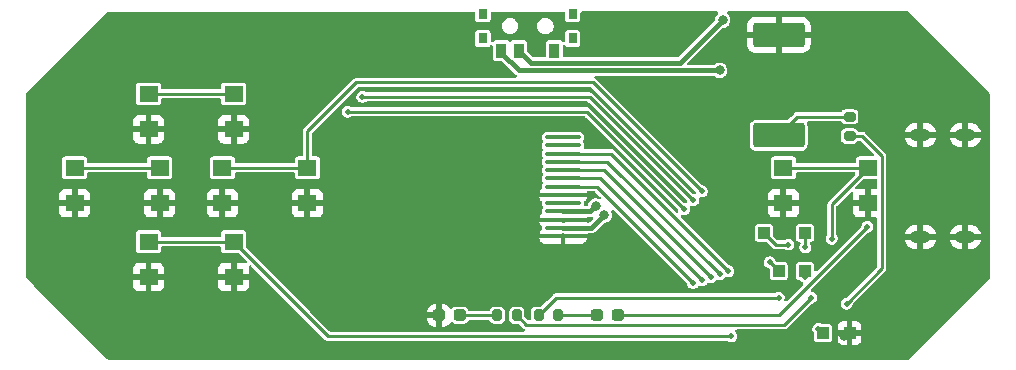
<source format=gbr>
%TF.GenerationSoftware,KiCad,Pcbnew,9.0.6*%
%TF.CreationDate,2025-11-17T13:54:39+01:00*%
%TF.ProjectId,CH32Console,43483332-436f-46e7-936f-6c652e6b6963,rev?*%
%TF.SameCoordinates,Original*%
%TF.FileFunction,Copper,L1,Top*%
%TF.FilePolarity,Positive*%
%FSLAX46Y46*%
G04 Gerber Fmt 4.6, Leading zero omitted, Abs format (unit mm)*
G04 Created by KiCad (PCBNEW 9.0.6) date 2025-11-17 13:54:39*
%MOMM*%
%LPD*%
G01*
G04 APERTURE LIST*
G04 Aperture macros list*
%AMRoundRect*
0 Rectangle with rounded corners*
0 $1 Rounding radius*
0 $2 $3 $4 $5 $6 $7 $8 $9 X,Y pos of 4 corners*
0 Add a 4 corners polygon primitive as box body*
4,1,4,$2,$3,$4,$5,$6,$7,$8,$9,$2,$3,0*
0 Add four circle primitives for the rounded corners*
1,1,$1+$1,$2,$3*
1,1,$1+$1,$4,$5*
1,1,$1+$1,$6,$7*
1,1,$1+$1,$8,$9*
0 Add four rect primitives between the rounded corners*
20,1,$1+$1,$2,$3,$4,$5,0*
20,1,$1+$1,$4,$5,$6,$7,0*
20,1,$1+$1,$6,$7,$8,$9,0*
20,1,$1+$1,$8,$9,$2,$3,0*%
G04 Aperture macros list end*
%TA.AperFunction,SMDPad,CuDef*%
%ADD10RoundRect,0.052500X1.447500X0.122500X-1.447500X0.122500X-1.447500X-0.122500X1.447500X-0.122500X0*%
%TD*%
%TA.AperFunction,SMDPad,CuDef*%
%ADD11R,1.600000X1.400000*%
%TD*%
%TA.AperFunction,SMDPad,CuDef*%
%ADD12RoundRect,0.237500X-0.287500X-0.237500X0.287500X-0.237500X0.287500X0.237500X-0.287500X0.237500X0*%
%TD*%
%TA.AperFunction,SMDPad,CuDef*%
%ADD13R,1.000000X1.000000*%
%TD*%
%TA.AperFunction,SMDPad,CuDef*%
%ADD14RoundRect,0.315000X1.885000X-0.735000X1.885000X0.735000X-1.885000X0.735000X-1.885000X-0.735000X0*%
%TD*%
%TA.AperFunction,SMDPad,CuDef*%
%ADD15R,0.900000X1.250000*%
%TD*%
%TA.AperFunction,SMDPad,CuDef*%
%ADD16R,0.800000X0.900000*%
%TD*%
%TA.AperFunction,SMDPad,CuDef*%
%ADD17RoundRect,0.200000X0.200000X0.275000X-0.200000X0.275000X-0.200000X-0.275000X0.200000X-0.275000X0*%
%TD*%
%TA.AperFunction,SMDPad,CuDef*%
%ADD18RoundRect,0.200000X-0.200000X-0.275000X0.200000X-0.275000X0.200000X0.275000X-0.200000X0.275000X0*%
%TD*%
%TA.AperFunction,SMDPad,CuDef*%
%ADD19RoundRect,0.200000X0.275000X-0.200000X0.275000X0.200000X-0.275000X0.200000X-0.275000X-0.200000X0*%
%TD*%
%TA.AperFunction,HeatsinkPad*%
%ADD20O,1.700000X1.100000*%
%TD*%
%TA.AperFunction,ViaPad*%
%ADD21C,0.800000*%
%TD*%
%TA.AperFunction,ViaPad*%
%ADD22C,0.500000*%
%TD*%
%TA.AperFunction,Conductor*%
%ADD23C,0.381000*%
%TD*%
%TA.AperFunction,Conductor*%
%ADD24C,0.254000*%
%TD*%
G04 APERTURE END LIST*
D10*
%TO.P,LCD1,1,TP0*%
%TO.N,unconnected-(LCD1-TP0-Pad1)*%
X149500000Y-75650000D03*
%TO.P,LCD1,2,TP1*%
%TO.N,unconnected-(LCD1-TP1-Pad2)*%
X149500000Y-76350000D03*
%TO.P,LCD1,3,SDA*%
%TO.N,MOSI*%
X149500000Y-77050000D03*
%TO.P,LCD1,4,SCL*%
%TO.N,SCK*%
X149500000Y-77750000D03*
%TO.P,LCD1,5,RS*%
%TO.N,DC*%
X149500000Y-78450000D03*
%TO.P,LCD1,6,RES*%
%TO.N,RS*%
X149500000Y-79150000D03*
%TO.P,LCD1,7,CS*%
%TO.N,CS*%
X149500000Y-79850000D03*
%TO.P,LCD1,8,GND*%
%TO.N,GND*%
X149500000Y-80550000D03*
%TO.P,LCD1,9,NC*%
%TO.N,unconnected-(LCD1-NC-Pad9)*%
X149500000Y-81250000D03*
%TO.P,LCD1,10,VCC*%
%TO.N,+3.3V*%
X149500000Y-81950000D03*
%TO.P,LCD1,11,LEDK*%
%TO.N,GND*%
X149500000Y-82650000D03*
%TO.P,LCD1,12,LEDA*%
%TO.N,Net-(LCD1-LEDA)*%
X149500000Y-83350000D03*
%TO.P,LCD1,13,GND*%
%TO.N,GND*%
X149500000Y-84050000D03*
%TD*%
D11*
%TO.P,BTN_L,1*%
%TO.N,GND*%
X108150000Y-81250000D03*
%TO.P,BTN_L,2*%
X115350000Y-81250000D03*
%TO.P,BTN_L,3*%
%TO.N,BTN_LEFT*%
X108150000Y-78250000D03*
%TO.P,BTN_L,4*%
X115350000Y-78250000D03*
%TD*%
%TO.P,BTN_R,1*%
%TO.N,GND*%
X120650000Y-81250000D03*
%TO.P,BTN_R,2*%
X127850000Y-81250000D03*
%TO.P,BTN_R,3*%
%TO.N,BTN_RIGHT*%
X120650000Y-78250000D03*
%TO.P,BTN_R,4*%
X127850000Y-78250000D03*
%TD*%
D12*
%TO.P,LED_CHRG,1,K*%
%TO.N,Net-(D2-K)*%
X152375000Y-90750000D03*
%TO.P,LED_CHRG,2,A*%
%TO.N,Net-(D2-A)*%
X154125000Y-90750000D03*
%TD*%
D13*
%TO.P,PD6,1,Pin_1*%
%TO.N,Net-(PD2-Pin_1)*%
X166500000Y-83750000D03*
%TD*%
%TO.P,NRST,1,Pin_1*%
%TO.N,NRST*%
X170000000Y-87000000D03*
%TD*%
D11*
%TO.P,BTN_A,1*%
%TO.N,GND*%
X168150000Y-81250000D03*
%TO.P,BTN_A,2*%
X175350000Y-81250000D03*
%TO.P,BTN_A,3*%
%TO.N,BTN_ACTION*%
X168150000Y-78250000D03*
%TO.P,BTN_A,4*%
X175350000Y-78250000D03*
%TD*%
D13*
%TO.P,GND,1,Pin_1*%
%TO.N,GND*%
X173750000Y-92250000D03*
%TD*%
D11*
%TO.P,BTN_U,1*%
%TO.N,GND*%
X114400000Y-75000000D03*
%TO.P,BTN_U,2*%
X121600000Y-75000000D03*
%TO.P,BTN_U,3*%
%TO.N,BTN_UP*%
X114400000Y-72000000D03*
%TO.P,BTN_U,4*%
X121600000Y-72000000D03*
%TD*%
D14*
%TO.P,BZ1,1,+*%
%TO.N,Net-(BZ1-+)*%
X167750000Y-75500000D03*
%TO.P,BZ1,2,-*%
%TO.N,GND*%
X167750000Y-67000000D03*
%TD*%
D13*
%TO.P,3.3V,1,Pin_1*%
%TO.N,+3.3V*%
X171500000Y-92250000D03*
%TD*%
D15*
%TO.P,S1,1*%
%TO.N,unconnected-(S1-Pad1)*%
X148750000Y-68325000D03*
%TO.P,S1,2*%
%TO.N,Net-(BAT1-Pin_1)*%
X145750000Y-68325000D03*
%TO.P,S1,3*%
%TO.N,Net-(U3-INHIBIT)*%
X144250000Y-68325000D03*
D16*
%TO.P,S1,SH1*%
%TO.N,N/C*%
X150300000Y-67300000D03*
%TO.P,S1,SH2*%
X142700000Y-67300000D03*
%TO.P,S1,SH3*%
X150300000Y-65200000D03*
%TO.P,S1,SH4*%
X142700000Y-65200000D03*
%TD*%
D12*
%TO.P,LED_PWR,1,K*%
%TO.N,GND*%
X139000000Y-90750000D03*
%TO.P,LED_PWR,2,A*%
%TO.N,Net-(D1-A)*%
X140750000Y-90750000D03*
%TD*%
D13*
%TO.P,PD5,1,Pin_1*%
%TO.N,Net-(PD1-Pin_1)*%
X170000000Y-83750000D03*
%TD*%
D17*
%TO.P,R4,1*%
%TO.N,Net-(U1-PD0)*%
X145575000Y-90750000D03*
%TO.P,R4,2*%
%TO.N,Net-(D1-A)*%
X143925000Y-90750000D03*
%TD*%
D18*
%TO.P,R6,1*%
%TO.N,Net-(U2-STAT)*%
X147425000Y-90750000D03*
%TO.P,R6,2*%
%TO.N,Net-(D2-K)*%
X149075000Y-90750000D03*
%TD*%
D11*
%TO.P,BTN_D,1*%
%TO.N,GND*%
X114400000Y-87500000D03*
%TO.P,BTN_D,2*%
X121600000Y-87500000D03*
%TO.P,BTN_D,3*%
%TO.N,BTN_DOWN*%
X114400000Y-84500000D03*
%TO.P,BTN_D,4*%
X121600000Y-84500000D03*
%TD*%
D19*
%TO.P,R1,1*%
%TO.N,BUZZ*%
X173750000Y-75575000D03*
%TO.P,R1,2*%
%TO.N,Net-(BZ1-+)*%
X173750000Y-73925000D03*
%TD*%
D13*
%TO.P,SWIO,1,Pin_1*%
%TO.N,SWIO*%
X167750000Y-87000000D03*
%TD*%
D20*
%TO.P,J1,S1,SHIELD*%
%TO.N,GND*%
X183550000Y-75480000D03*
X179750000Y-75480000D03*
X183550000Y-84120000D03*
X179750000Y-84120000D03*
%TD*%
D21*
%TO.N,Net-(BAT1-Pin_1)*%
X163000000Y-65750000D03*
%TO.N,GND*%
X127850000Y-81250000D03*
X167450000Y-71000000D03*
D22*
X173150000Y-89000000D03*
X173950000Y-87850000D03*
D21*
X175350000Y-81250000D03*
X180387500Y-70750000D03*
X178975000Y-73500000D03*
X173275000Y-92500000D03*
D22*
%TO.N,BTN_ACTION*%
X172250000Y-84250000D03*
%TO.N,BTN_DOWN*%
X163750000Y-92500000D03*
%TO.N,BTN_LEFT*%
X131250000Y-73500000D03*
X159750000Y-81750000D03*
X115250000Y-78000000D03*
%TO.N,BTN_RIGHT*%
X161250000Y-80250000D03*
%TO.N,BTN_UP*%
X132500000Y-72250000D03*
X121750000Y-72000000D03*
X160500000Y-81000000D03*
D21*
%TO.N,Net-(U3-INHIBIT)*%
X162750000Y-70000000D03*
%TO.N,+3.3V*%
X152250000Y-81500000D03*
D22*
X171112500Y-91887500D03*
%TO.N,Net-(D2-A)*%
X175250000Y-83250000D03*
%TO.N,DC*%
X162000000Y-87500000D03*
%TO.N,RS*%
X161250000Y-87750000D03*
%TO.N,CS*%
X160500000Y-88000000D03*
%TO.N,MOSI*%
X163500000Y-87000000D03*
%TO.N,SCK*%
X162750000Y-87250000D03*
D21*
%TO.N,Net-(LCD1-LEDA)*%
X153000000Y-82250000D03*
D22*
%TO.N,Net-(PD1-Pin_1)*%
X170000000Y-85000000D03*
%TO.N,Net-(PD2-Pin_1)*%
X168567416Y-84750000D03*
%TO.N,NRST*%
X170000000Y-87500000D03*
%TO.N,SWIO*%
X167000000Y-86250000D03*
%TO.N,BUZZ*%
X173500000Y-89750000D03*
%TO.N,Net-(U2-STAT)*%
X167750000Y-89250000D03*
%TO.N,Net-(U1-PD0)*%
X170500000Y-89250000D03*
%TD*%
D23*
%TO.N,Net-(BAT1-Pin_1)*%
X146766500Y-69341500D02*
X159408500Y-69341500D01*
X159408500Y-69341500D02*
X163000000Y-65750000D01*
X145750000Y-68325000D02*
X146766500Y-69341500D01*
D24*
%TO.N,BTN_ACTION*%
X168150000Y-78250000D02*
X175350000Y-78250000D01*
X172250000Y-81350000D02*
X175350000Y-78250000D01*
X172250000Y-84250000D02*
X172250000Y-81350000D01*
%TO.N,BTN_DOWN*%
X121600000Y-84500000D02*
X114400000Y-84500000D01*
X163750000Y-92500000D02*
X129600000Y-92500000D01*
X129600000Y-92500000D02*
X121600000Y-84500000D01*
%TO.N,BTN_LEFT*%
X115000000Y-78250000D02*
X108150000Y-78250000D01*
X151500000Y-73500000D02*
X131250000Y-73500000D01*
X115250000Y-78000000D02*
X115000000Y-78250000D01*
X158500000Y-80500000D02*
X159341292Y-81341292D01*
X159341292Y-81341292D02*
X159750000Y-81750000D01*
X158500000Y-80500000D02*
X151500000Y-73500000D01*
%TO.N,BTN_RIGHT*%
X127850000Y-78250000D02*
X120650000Y-78250000D01*
X152000000Y-71000000D02*
X132000000Y-71000000D01*
X161250000Y-80250000D02*
X152000000Y-71000000D01*
X127850000Y-75150000D02*
X127850000Y-78250000D01*
X132000000Y-71000000D02*
X127850000Y-75150000D01*
%TO.N,BTN_UP*%
X151750000Y-72250000D02*
X132500000Y-72250000D01*
X121750000Y-72000000D02*
X114400000Y-72000000D01*
X160500000Y-81000000D02*
X151750000Y-72250000D01*
%TO.N,Net-(BZ1-+)*%
X168250000Y-76000000D02*
X167750000Y-75500000D01*
X169325000Y-73925000D02*
X167750000Y-75500000D01*
X173750000Y-73925000D02*
X169325000Y-73925000D01*
%TO.N,Net-(D1-A)*%
X143925000Y-90750000D02*
X140750000Y-90750000D01*
D23*
%TO.N,Net-(U3-INHIBIT)*%
X144250000Y-68325000D02*
X144250000Y-68500000D01*
X145750000Y-70000000D02*
X162750000Y-70000000D01*
X144250000Y-68500000D02*
X145750000Y-70000000D01*
%TO.N,+3.3V*%
X151800000Y-81950000D02*
X152250000Y-81500000D01*
X149500000Y-81950000D02*
X151800000Y-81950000D01*
D24*
%TO.N,Net-(D2-K)*%
X149075000Y-90750000D02*
X152375000Y-90750000D01*
%TO.N,Net-(D2-A)*%
X167750000Y-90750000D02*
X175250000Y-83250000D01*
X154125000Y-90750000D02*
X167750000Y-90750000D01*
%TO.N,DC*%
X152950000Y-78450000D02*
X149500000Y-78450000D01*
X162000000Y-87500000D02*
X152950000Y-78450000D01*
%TO.N,RS*%
X161250000Y-87750000D02*
X152650000Y-79150000D01*
X152650000Y-79150000D02*
X149500000Y-79150000D01*
%TO.N,CS*%
X152350000Y-79850000D02*
X149500000Y-79850000D01*
X160500000Y-88000000D02*
X152350000Y-79850000D01*
%TO.N,MOSI*%
X163500000Y-87000000D02*
X153550000Y-77050000D01*
X153550000Y-77050000D02*
X149500000Y-77050000D01*
%TO.N,SCK*%
X153250000Y-77750000D02*
X149500000Y-77750000D01*
X162750000Y-87250000D02*
X153250000Y-77750000D01*
D23*
%TO.N,Net-(LCD1-LEDA)*%
X151900000Y-83350000D02*
X153000000Y-82250000D01*
X149500000Y-83350000D02*
X151900000Y-83350000D01*
D24*
%TO.N,Net-(PD1-Pin_1)*%
X170000000Y-85000000D02*
X170000000Y-83750000D01*
%TO.N,Net-(PD2-Pin_1)*%
X168567416Y-84750000D02*
X167500000Y-84750000D01*
X167500000Y-84750000D02*
X166500000Y-83750000D01*
%TO.N,NRST*%
X170000000Y-87500000D02*
X170000000Y-87000000D01*
%TO.N,SWIO*%
X167000000Y-86250000D02*
X167750000Y-87000000D01*
%TO.N,BUZZ*%
X173500000Y-89750000D02*
X176478000Y-86772000D01*
X176478000Y-77222000D02*
X174831000Y-75575000D01*
X176478000Y-86772000D02*
X176478000Y-77222000D01*
X174831000Y-75575000D02*
X173750000Y-75575000D01*
%TO.N,Net-(U2-STAT)*%
X167500000Y-89250000D02*
X167750000Y-89250000D01*
X147425000Y-90750000D02*
X148925000Y-89250000D01*
X148925000Y-89250000D02*
X167500000Y-89250000D01*
%TO.N,Net-(U1-PD0)*%
X146378000Y-91553000D02*
X168197000Y-91553000D01*
X145575000Y-90750000D02*
X146378000Y-91553000D01*
X168197000Y-91553000D02*
X170500000Y-89250000D01*
%TD*%
%TA.AperFunction,Conductor*%
%TO.N,GND*%
G36*
X178706210Y-65020643D02*
G01*
X178727871Y-65038208D01*
X179018429Y-65332774D01*
X185604318Y-72009503D01*
X185613204Y-72018511D01*
X185646801Y-72081055D01*
X185649500Y-72106994D01*
X185649500Y-87540496D01*
X185629498Y-87608617D01*
X185612595Y-87629591D01*
X178779591Y-94462595D01*
X178717279Y-94496621D01*
X178690496Y-94499500D01*
X111009503Y-94499500D01*
X110941382Y-94479498D01*
X110920408Y-94462595D01*
X104705654Y-88247840D01*
X113100000Y-88247840D01*
X113106400Y-88307371D01*
X113156647Y-88442089D01*
X113242810Y-88557189D01*
X113357910Y-88643352D01*
X113492628Y-88693599D01*
X113552159Y-88699999D01*
X113552176Y-88700000D01*
X114150000Y-88700000D01*
X114650000Y-88700000D01*
X115247824Y-88700000D01*
X115247840Y-88699999D01*
X115307371Y-88693599D01*
X115442089Y-88643352D01*
X115557189Y-88557189D01*
X115643352Y-88442089D01*
X115693599Y-88307371D01*
X115699999Y-88247840D01*
X120300000Y-88247840D01*
X120306400Y-88307371D01*
X120356647Y-88442089D01*
X120442810Y-88557189D01*
X120557910Y-88643352D01*
X120692628Y-88693599D01*
X120752159Y-88699999D01*
X120752176Y-88700000D01*
X121350000Y-88700000D01*
X121850000Y-88700000D01*
X122447824Y-88700000D01*
X122447840Y-88699999D01*
X122507371Y-88693599D01*
X122642089Y-88643352D01*
X122757189Y-88557189D01*
X122843352Y-88442089D01*
X122893599Y-88307371D01*
X122899999Y-88247840D01*
X122900000Y-88247823D01*
X122900000Y-87750000D01*
X121850000Y-87750000D01*
X121850000Y-88700000D01*
X121350000Y-88700000D01*
X121350000Y-87750000D01*
X120300000Y-87750000D01*
X120300000Y-88247840D01*
X115699999Y-88247840D01*
X115700000Y-88247823D01*
X115700000Y-87750000D01*
X114650000Y-87750000D01*
X114650000Y-88700000D01*
X114150000Y-88700000D01*
X114150000Y-87750000D01*
X113100000Y-87750000D01*
X113100000Y-88247840D01*
X104705654Y-88247840D01*
X104244718Y-87786904D01*
X104037405Y-87579591D01*
X104003379Y-87517279D01*
X104000500Y-87490496D01*
X104000500Y-86752159D01*
X113100000Y-86752159D01*
X113100000Y-87250000D01*
X114150000Y-87250000D01*
X114650000Y-87250000D01*
X115700000Y-87250000D01*
X115700000Y-86752176D01*
X115699999Y-86752159D01*
X120300000Y-86752159D01*
X120300000Y-87250000D01*
X121350000Y-87250000D01*
X121350000Y-86300000D01*
X120752159Y-86300000D01*
X120692628Y-86306400D01*
X120557910Y-86356647D01*
X120442810Y-86442810D01*
X120356647Y-86557910D01*
X120306400Y-86692628D01*
X120300000Y-86752159D01*
X115699999Y-86752159D01*
X115693599Y-86692628D01*
X115643352Y-86557910D01*
X115557189Y-86442810D01*
X115442089Y-86356647D01*
X115307371Y-86306400D01*
X115247840Y-86300000D01*
X114650000Y-86300000D01*
X114650000Y-87250000D01*
X114150000Y-87250000D01*
X114150000Y-86300000D01*
X113552159Y-86300000D01*
X113492628Y-86306400D01*
X113357910Y-86356647D01*
X113242810Y-86442810D01*
X113156647Y-86557910D01*
X113106400Y-86692628D01*
X113100000Y-86752159D01*
X104000500Y-86752159D01*
X104000500Y-83774930D01*
X113345500Y-83774930D01*
X113345500Y-85225063D01*
X113345502Y-85225071D01*
X113360265Y-85299300D01*
X113416516Y-85383484D01*
X113500697Y-85439733D01*
X113500699Y-85439734D01*
X113574933Y-85454500D01*
X115225066Y-85454499D01*
X115225069Y-85454498D01*
X115225073Y-85454498D01*
X115274326Y-85444701D01*
X115299301Y-85439734D01*
X115383484Y-85383484D01*
X115439734Y-85299301D01*
X115454500Y-85225067D01*
X115454500Y-85007500D01*
X115474502Y-84939379D01*
X115528158Y-84892886D01*
X115580500Y-84881500D01*
X120419501Y-84881500D01*
X120487622Y-84901502D01*
X120534115Y-84955158D01*
X120545501Y-85007500D01*
X120545501Y-85225066D01*
X120545502Y-85225069D01*
X120545502Y-85225071D01*
X120560265Y-85299300D01*
X120616516Y-85383484D01*
X120700697Y-85439733D01*
X120700699Y-85439734D01*
X120774933Y-85454500D01*
X121962786Y-85454499D01*
X122030907Y-85474501D01*
X122051881Y-85491404D01*
X122671164Y-86110687D01*
X122705190Y-86172999D01*
X122700125Y-86243814D01*
X122657578Y-86300650D01*
X122591058Y-86325461D01*
X122538038Y-86317838D01*
X122507373Y-86306401D01*
X122447840Y-86300000D01*
X121850000Y-86300000D01*
X121850000Y-87250000D01*
X122900000Y-87250000D01*
X122900000Y-86752176D01*
X122899999Y-86752159D01*
X122893598Y-86692625D01*
X122882162Y-86661963D01*
X122877096Y-86591147D01*
X122911121Y-86528835D01*
X122973433Y-86494810D01*
X123044249Y-86499874D01*
X123089312Y-86528835D01*
X129290313Y-92729835D01*
X129290334Y-92729858D01*
X129365746Y-92805270D01*
X129365751Y-92805274D01*
X129365753Y-92805276D01*
X129365754Y-92805277D01*
X129365756Y-92805278D01*
X129452741Y-92855499D01*
X129452743Y-92855499D01*
X129452746Y-92855501D01*
X129549775Y-92881500D01*
X129650225Y-92881500D01*
X163368527Y-92881500D01*
X163432642Y-92900325D01*
X163433078Y-92899571D01*
X163436189Y-92901367D01*
X163436648Y-92901502D01*
X163437682Y-92902229D01*
X163440230Y-92903700D01*
X163555270Y-92970119D01*
X163683581Y-93004500D01*
X163683583Y-93004500D01*
X163816417Y-93004500D01*
X163816419Y-93004500D01*
X163944730Y-92970119D01*
X164059770Y-92903700D01*
X164153700Y-92809770D01*
X164220119Y-92694730D01*
X164254500Y-92566419D01*
X164254500Y-92433581D01*
X164220119Y-92305270D01*
X164162030Y-92204657D01*
X164153702Y-92190233D01*
X164153694Y-92190223D01*
X164113066Y-92149595D01*
X164079040Y-92087283D01*
X164084105Y-92016468D01*
X164126652Y-91959632D01*
X164141974Y-91953917D01*
X170607999Y-91953917D01*
X170642381Y-92082230D01*
X170708797Y-92197266D01*
X170713828Y-92203822D01*
X170712739Y-92204657D01*
X170742618Y-92259366D01*
X170745500Y-92286160D01*
X170745500Y-92775063D01*
X170745501Y-92775073D01*
X170760265Y-92849300D01*
X170816516Y-92933484D01*
X170900697Y-92989733D01*
X170900699Y-92989734D01*
X170974933Y-93004500D01*
X172025066Y-93004499D01*
X172025069Y-93004498D01*
X172025073Y-93004498D01*
X172074326Y-92994701D01*
X172099301Y-92989734D01*
X172183484Y-92933484D01*
X172239734Y-92849301D01*
X172249970Y-92797840D01*
X172750000Y-92797840D01*
X172756400Y-92857371D01*
X172806647Y-92992089D01*
X172892810Y-93107189D01*
X173007910Y-93193352D01*
X173142628Y-93243599D01*
X173202159Y-93249999D01*
X173202176Y-93250000D01*
X173500000Y-93250000D01*
X174000000Y-93250000D01*
X174297824Y-93250000D01*
X174297840Y-93249999D01*
X174357371Y-93243599D01*
X174492089Y-93193352D01*
X174607189Y-93107189D01*
X174693352Y-92992089D01*
X174743599Y-92857371D01*
X174749999Y-92797840D01*
X174750000Y-92797823D01*
X174750000Y-92500000D01*
X174000000Y-92500000D01*
X174000000Y-93250000D01*
X173500000Y-93250000D01*
X173500000Y-92500000D01*
X172750000Y-92500000D01*
X172750000Y-92797840D01*
X172249970Y-92797840D01*
X172254500Y-92775067D01*
X172254499Y-92233970D01*
X172254499Y-91724936D01*
X172254498Y-91724926D01*
X172254190Y-91723378D01*
X172249969Y-91702159D01*
X172750000Y-91702159D01*
X172750000Y-92000000D01*
X173500000Y-92000000D01*
X174000000Y-92000000D01*
X174750000Y-92000000D01*
X174750000Y-91702176D01*
X174749999Y-91702159D01*
X174743599Y-91642628D01*
X174693352Y-91507910D01*
X174607189Y-91392810D01*
X174492089Y-91306647D01*
X174357371Y-91256400D01*
X174297840Y-91250000D01*
X174000000Y-91250000D01*
X174000000Y-92000000D01*
X173500000Y-92000000D01*
X173500000Y-91250000D01*
X173202159Y-91250000D01*
X173142628Y-91256400D01*
X173007910Y-91306647D01*
X172892810Y-91392810D01*
X172806647Y-91507910D01*
X172756400Y-91642628D01*
X172750000Y-91702159D01*
X172249969Y-91702159D01*
X172239734Y-91650699D01*
X172190972Y-91577723D01*
X172183484Y-91566516D01*
X172108486Y-91516403D01*
X172099302Y-91510266D01*
X172025069Y-91495500D01*
X172025067Y-91495500D01*
X171476297Y-91495500D01*
X171413297Y-91478619D01*
X171307230Y-91417381D01*
X171178919Y-91383000D01*
X171046081Y-91383000D01*
X170960540Y-91405920D01*
X170917769Y-91417381D01*
X170802733Y-91483797D01*
X170802723Y-91483805D01*
X170708805Y-91577723D01*
X170708797Y-91577733D01*
X170642381Y-91692769D01*
X170608000Y-91821082D01*
X170608000Y-91953917D01*
X170607999Y-91953917D01*
X164141974Y-91953917D01*
X164193172Y-91934821D01*
X164202161Y-91934500D01*
X168247223Y-91934500D01*
X168247225Y-91934500D01*
X168344254Y-91908501D01*
X168344257Y-91908499D01*
X168344258Y-91908499D01*
X168387750Y-91883388D01*
X168431247Y-91858276D01*
X168502276Y-91787247D01*
X168502277Y-91787246D01*
X170500020Y-89789502D01*
X170558667Y-89757478D01*
X170558442Y-89756637D01*
X170561912Y-89755707D01*
X170562330Y-89755479D01*
X170563569Y-89755263D01*
X170566417Y-89754500D01*
X170566419Y-89754500D01*
X170694730Y-89720119D01*
X170809770Y-89653700D01*
X170903700Y-89559770D01*
X170970119Y-89444730D01*
X171004500Y-89316419D01*
X171004500Y-89183581D01*
X170970119Y-89055270D01*
X170903700Y-88940230D01*
X170903698Y-88940228D01*
X170903694Y-88940223D01*
X170809776Y-88846305D01*
X170809766Y-88846297D01*
X170694730Y-88779881D01*
X170566419Y-88745500D01*
X170566418Y-88745500D01*
X170562387Y-88744420D01*
X170501764Y-88707468D01*
X170470743Y-88643607D01*
X170479171Y-88573113D01*
X170505900Y-88533621D01*
X175250020Y-83789502D01*
X175308667Y-83757478D01*
X175308442Y-83756637D01*
X175311908Y-83755708D01*
X175312330Y-83755478D01*
X175313578Y-83755260D01*
X175316414Y-83754500D01*
X175316419Y-83754500D01*
X175444730Y-83720119D01*
X175559770Y-83653700D01*
X175653700Y-83559770D01*
X175720119Y-83444730D01*
X175754500Y-83316419D01*
X175754500Y-83183581D01*
X175720119Y-83055270D01*
X175670794Y-82969838D01*
X175653702Y-82940233D01*
X175653694Y-82940223D01*
X175559776Y-82846305D01*
X175559766Y-82846297D01*
X175444730Y-82779881D01*
X175316419Y-82745500D01*
X175183581Y-82745500D01*
X175098040Y-82768420D01*
X175055269Y-82779881D01*
X174940233Y-82846297D01*
X174940223Y-82846305D01*
X174846305Y-82940223D01*
X174846297Y-82940233D01*
X174779881Y-83055269D01*
X174775934Y-83070000D01*
X174754312Y-83150697D01*
X174743363Y-83191558D01*
X174740389Y-83190761D01*
X174717570Y-83242295D01*
X174710495Y-83249981D01*
X170969594Y-86990882D01*
X170907282Y-87024908D01*
X170836467Y-87019843D01*
X170779631Y-86977296D01*
X170754820Y-86910776D01*
X170754499Y-86901787D01*
X170754499Y-86474936D01*
X170754498Y-86474927D01*
X170739734Y-86400699D01*
X170683483Y-86316515D01*
X170599302Y-86260266D01*
X170525067Y-86245500D01*
X169474936Y-86245500D01*
X169474926Y-86245501D01*
X169400699Y-86260265D01*
X169316515Y-86316516D01*
X169260266Y-86400697D01*
X169245500Y-86474930D01*
X169245500Y-87525063D01*
X169245501Y-87525073D01*
X169260265Y-87599300D01*
X169316516Y-87683484D01*
X169400697Y-87739733D01*
X169400699Y-87739734D01*
X169474933Y-87754500D01*
X169491750Y-87754499D01*
X169559869Y-87774498D01*
X169591717Y-87803797D01*
X169596303Y-87809774D01*
X169690223Y-87903694D01*
X169690227Y-87903697D01*
X169690230Y-87903700D01*
X169780407Y-87955764D01*
X169829398Y-88007144D01*
X169842835Y-88076857D01*
X169816448Y-88142768D01*
X169806500Y-88153976D01*
X168444419Y-89516057D01*
X168382107Y-89550083D01*
X168311292Y-89545018D01*
X168254456Y-89502471D01*
X168229645Y-89435951D01*
X168233618Y-89394350D01*
X168254499Y-89316422D01*
X168254500Y-89316417D01*
X168254500Y-89183582D01*
X168254500Y-89183581D01*
X168220119Y-89055270D01*
X168153700Y-88940230D01*
X168153698Y-88940228D01*
X168153694Y-88940223D01*
X168059776Y-88846305D01*
X168059766Y-88846297D01*
X167944730Y-88779881D01*
X167816419Y-88745500D01*
X167683581Y-88745500D01*
X167598040Y-88768420D01*
X167555269Y-88779881D01*
X167433078Y-88850429D01*
X167431535Y-88847757D01*
X167379004Y-88868064D01*
X167368527Y-88868500D01*
X148874775Y-88868500D01*
X148815390Y-88884412D01*
X148777741Y-88894500D01*
X148690756Y-88944721D01*
X148690751Y-88944725D01*
X148655238Y-88980239D01*
X148619724Y-89015753D01*
X148619722Y-89015755D01*
X148133006Y-89502471D01*
X147651881Y-89983596D01*
X147589569Y-90017621D01*
X147562786Y-90020500D01*
X147170259Y-90020500D01*
X147170244Y-90020501D01*
X147139547Y-90023379D01*
X147139544Y-90023380D01*
X147010232Y-90068628D01*
X147010225Y-90068631D01*
X146899989Y-90149989D01*
X146818631Y-90260225D01*
X146818628Y-90260232D01*
X146773379Y-90389545D01*
X146770500Y-90420248D01*
X146770500Y-90420254D01*
X146770501Y-91045500D01*
X146767909Y-91054325D01*
X146769219Y-91063432D01*
X146758063Y-91087857D01*
X146750499Y-91113621D01*
X146743545Y-91119645D01*
X146739725Y-91128012D01*
X146717139Y-91142526D01*
X146696843Y-91160114D01*
X146686156Y-91162438D01*
X146679999Y-91166396D01*
X146644501Y-91171500D01*
X146588212Y-91171500D01*
X146520091Y-91151498D01*
X146499117Y-91134595D01*
X146266404Y-90901882D01*
X146232378Y-90839570D01*
X146229499Y-90812787D01*
X146229499Y-90420260D01*
X146229498Y-90420251D01*
X146226621Y-90389549D01*
X146203995Y-90324888D01*
X146181371Y-90260232D01*
X146181368Y-90260225D01*
X146100010Y-90149989D01*
X145989774Y-90068631D01*
X145989767Y-90068628D01*
X145860453Y-90023379D01*
X145860455Y-90023379D01*
X145835889Y-90021075D01*
X145829749Y-90020500D01*
X145829748Y-90020500D01*
X145320259Y-90020500D01*
X145320244Y-90020501D01*
X145289547Y-90023379D01*
X145289544Y-90023380D01*
X145160232Y-90068628D01*
X145160225Y-90068631D01*
X145049989Y-90149989D01*
X144968631Y-90260225D01*
X144968628Y-90260232D01*
X144923379Y-90389545D01*
X144920500Y-90420248D01*
X144920500Y-91079740D01*
X144920501Y-91079755D01*
X144923379Y-91110452D01*
X144923380Y-91110455D01*
X144968628Y-91239767D01*
X144968631Y-91239774D01*
X145049989Y-91350010D01*
X145160225Y-91431368D01*
X145160232Y-91431371D01*
X145289546Y-91476620D01*
X145289549Y-91476621D01*
X145320251Y-91479500D01*
X145712785Y-91479499D01*
X145780905Y-91499501D01*
X145801880Y-91516403D01*
X145936177Y-91650699D01*
X146072722Y-91787244D01*
X146072724Y-91787247D01*
X146143753Y-91858276D01*
X146196534Y-91888749D01*
X146204789Y-91895612D01*
X146218841Y-91916528D01*
X146236229Y-91934763D01*
X146238294Y-91945481D01*
X146244383Y-91954543D01*
X146244896Y-91979737D01*
X146249665Y-92004477D01*
X146245608Y-92014610D01*
X146245831Y-92025525D01*
X146232643Y-92046995D01*
X146223279Y-92070388D01*
X146214386Y-92076720D01*
X146208674Y-92086021D01*
X146185973Y-92096953D01*
X146165447Y-92111570D01*
X146150350Y-92114108D01*
X146144708Y-92116826D01*
X146138634Y-92116078D01*
X146124236Y-92118500D01*
X129810212Y-92118500D01*
X129742091Y-92098498D01*
X129721117Y-92081595D01*
X128676168Y-91036646D01*
X137975001Y-91036646D01*
X137985318Y-91137647D01*
X138039547Y-91301302D01*
X138130055Y-91448038D01*
X138130060Y-91448044D01*
X138251955Y-91569939D01*
X138251961Y-91569944D01*
X138398697Y-91660452D01*
X138562348Y-91714680D01*
X138562354Y-91714681D01*
X138663344Y-91724999D01*
X139250000Y-91724999D01*
X139336646Y-91724999D01*
X139437647Y-91714681D01*
X139601302Y-91660452D01*
X139748038Y-91569944D01*
X139748044Y-91569939D01*
X139869939Y-91448044D01*
X139869946Y-91448035D01*
X139919867Y-91367101D01*
X139972652Y-91319622D01*
X140042727Y-91308219D01*
X140103142Y-91334468D01*
X140103812Y-91333574D01*
X140107586Y-91336399D01*
X140107843Y-91336511D01*
X140108330Y-91336956D01*
X140224281Y-91423755D01*
X140224285Y-91423758D01*
X140356839Y-91473199D01*
X140356847Y-91473201D01*
X140386143Y-91476350D01*
X140415443Y-91479500D01*
X141084556Y-91479499D01*
X141111349Y-91476619D01*
X141143151Y-91473201D01*
X141143152Y-91473200D01*
X141143157Y-91473200D01*
X141275715Y-91423758D01*
X141388974Y-91338974D01*
X141473758Y-91225715D01*
X141478326Y-91213467D01*
X141520871Y-91156633D01*
X141587390Y-91131821D01*
X141596381Y-91131500D01*
X143191343Y-91131500D01*
X143259464Y-91151502D01*
X143305957Y-91205158D01*
X143310267Y-91215871D01*
X143318631Y-91239773D01*
X143318632Y-91239774D01*
X143318633Y-91239776D01*
X143399989Y-91350010D01*
X143510225Y-91431368D01*
X143510232Y-91431371D01*
X143639546Y-91476620D01*
X143639549Y-91476621D01*
X143670251Y-91479500D01*
X144179748Y-91479499D01*
X144210451Y-91476621D01*
X144339773Y-91431369D01*
X144450010Y-91350010D01*
X144531369Y-91239773D01*
X144576621Y-91110451D01*
X144579500Y-91079749D01*
X144579499Y-90420252D01*
X144576621Y-90389549D01*
X144553995Y-90324888D01*
X144531371Y-90260232D01*
X144531368Y-90260225D01*
X144450010Y-90149989D01*
X144339774Y-90068631D01*
X144339767Y-90068628D01*
X144210453Y-90023379D01*
X144210455Y-90023379D01*
X144185889Y-90021075D01*
X144179749Y-90020500D01*
X144179748Y-90020500D01*
X143670259Y-90020500D01*
X143670244Y-90020501D01*
X143639547Y-90023379D01*
X143639544Y-90023380D01*
X143510232Y-90068628D01*
X143510225Y-90068631D01*
X143399989Y-90149989D01*
X143318633Y-90260223D01*
X143318632Y-90260225D01*
X143318631Y-90260227D01*
X143310270Y-90284118D01*
X143268893Y-90341808D01*
X143202892Y-90367970D01*
X143191343Y-90368500D01*
X141596381Y-90368500D01*
X141528260Y-90348498D01*
X141481767Y-90294842D01*
X141478331Y-90286545D01*
X141473758Y-90274285D01*
X141433210Y-90220119D01*
X141388974Y-90161025D01*
X141275718Y-90076244D01*
X141275714Y-90076241D01*
X141143160Y-90026800D01*
X141143152Y-90026798D01*
X141084560Y-90020500D01*
X140415451Y-90020500D01*
X140415427Y-90020502D01*
X140356848Y-90026798D01*
X140356843Y-90026800D01*
X140268459Y-90059766D01*
X140224280Y-90076244D01*
X140103812Y-90166426D01*
X140101791Y-90163726D01*
X140053840Y-90189884D01*
X139983026Y-90184789D01*
X139926208Y-90142219D01*
X139919867Y-90132899D01*
X139869944Y-90051961D01*
X139869939Y-90051955D01*
X139748044Y-89930060D01*
X139748038Y-89930055D01*
X139601302Y-89839547D01*
X139437651Y-89785319D01*
X139437645Y-89785318D01*
X139336655Y-89775000D01*
X139250000Y-89775000D01*
X139250000Y-91724999D01*
X138663344Y-91724999D01*
X138749999Y-91724998D01*
X138750000Y-91724998D01*
X138750000Y-91000000D01*
X137975001Y-91000000D01*
X137975001Y-91036646D01*
X128676168Y-91036646D01*
X128188762Y-90549240D01*
X128102866Y-90463344D01*
X137975000Y-90463344D01*
X137975000Y-90500000D01*
X138750000Y-90500000D01*
X138750000Y-89774999D01*
X138663354Y-89775000D01*
X138562352Y-89785318D01*
X138398697Y-89839547D01*
X138251961Y-89930055D01*
X138251955Y-89930060D01*
X138130060Y-90051955D01*
X138130055Y-90051961D01*
X138039547Y-90198697D01*
X137985319Y-90362348D01*
X137985318Y-90362354D01*
X137975000Y-90463344D01*
X128102866Y-90463344D01*
X126196711Y-88557189D01*
X122691404Y-85051881D01*
X122657378Y-84989569D01*
X122654499Y-84962786D01*
X122654499Y-84225000D01*
X147501112Y-84225000D01*
X147510662Y-84304541D01*
X147566381Y-84445834D01*
X147658150Y-84566849D01*
X147779165Y-84658618D01*
X147920455Y-84714336D01*
X147920461Y-84714337D01*
X148009249Y-84724999D01*
X149325000Y-84724999D01*
X149675000Y-84724999D01*
X150990745Y-84724999D01*
X150990754Y-84724998D01*
X151079541Y-84714337D01*
X151220834Y-84658618D01*
X151341849Y-84566849D01*
X151433618Y-84445834D01*
X151489336Y-84304544D01*
X151489337Y-84304538D01*
X151498889Y-84225000D01*
X149675000Y-84225000D01*
X149675000Y-84724999D01*
X149325000Y-84724999D01*
X149325000Y-84225000D01*
X147501112Y-84225000D01*
X122654499Y-84225000D01*
X122654499Y-83774934D01*
X122654498Y-83774927D01*
X122639734Y-83700699D01*
X122639733Y-83700697D01*
X122583484Y-83616516D01*
X122583483Y-83616515D01*
X122499302Y-83560266D01*
X122425067Y-83545500D01*
X120774936Y-83545500D01*
X120774926Y-83545501D01*
X120700699Y-83560265D01*
X120616515Y-83616516D01*
X120560266Y-83700697D01*
X120545500Y-83774930D01*
X120545500Y-83992500D01*
X120525498Y-84060621D01*
X120471842Y-84107114D01*
X120419500Y-84118500D01*
X115580499Y-84118500D01*
X115512378Y-84098498D01*
X115465885Y-84044842D01*
X115454499Y-83992500D01*
X115454499Y-83774934D01*
X115454498Y-83774927D01*
X115439734Y-83700699D01*
X115439733Y-83700697D01*
X115383484Y-83616516D01*
X115383483Y-83616515D01*
X115299302Y-83560266D01*
X115225067Y-83545500D01*
X113574936Y-83545500D01*
X113574926Y-83545501D01*
X113500699Y-83560265D01*
X113416515Y-83616516D01*
X113360266Y-83700697D01*
X113345500Y-83774930D01*
X104000500Y-83774930D01*
X104000500Y-81997840D01*
X106850000Y-81997840D01*
X106856400Y-82057371D01*
X106906647Y-82192089D01*
X106992810Y-82307189D01*
X107107910Y-82393352D01*
X107242628Y-82443599D01*
X107302159Y-82449999D01*
X107302176Y-82450000D01*
X107900000Y-82450000D01*
X108400000Y-82450000D01*
X108997824Y-82450000D01*
X108997840Y-82449999D01*
X109057371Y-82443599D01*
X109192089Y-82393352D01*
X109307189Y-82307189D01*
X109393352Y-82192089D01*
X109443599Y-82057371D01*
X109449999Y-81997840D01*
X114050000Y-81997840D01*
X114056400Y-82057371D01*
X114106647Y-82192089D01*
X114192810Y-82307189D01*
X114307910Y-82393352D01*
X114442628Y-82443599D01*
X114502159Y-82449999D01*
X114502176Y-82450000D01*
X115100000Y-82450000D01*
X115600000Y-82450000D01*
X116197824Y-82450000D01*
X116197840Y-82449999D01*
X116257371Y-82443599D01*
X116392089Y-82393352D01*
X116507189Y-82307189D01*
X116593352Y-82192089D01*
X116643599Y-82057371D01*
X116649999Y-81997840D01*
X119350000Y-81997840D01*
X119356400Y-82057371D01*
X119406647Y-82192089D01*
X119492810Y-82307189D01*
X119607910Y-82393352D01*
X119742628Y-82443599D01*
X119802159Y-82449999D01*
X119802176Y-82450000D01*
X120400000Y-82450000D01*
X120900000Y-82450000D01*
X121497824Y-82450000D01*
X121497840Y-82449999D01*
X121557371Y-82443599D01*
X121692089Y-82393352D01*
X121807189Y-82307189D01*
X121893352Y-82192089D01*
X121943599Y-82057371D01*
X121949999Y-81997840D01*
X126550000Y-81997840D01*
X126556400Y-82057371D01*
X126606647Y-82192089D01*
X126692810Y-82307189D01*
X126807910Y-82393352D01*
X126942628Y-82443599D01*
X127002159Y-82449999D01*
X127002176Y-82450000D01*
X127600000Y-82450000D01*
X128100000Y-82450000D01*
X128697824Y-82450000D01*
X128697840Y-82449999D01*
X128757371Y-82443599D01*
X128892089Y-82393352D01*
X129007189Y-82307189D01*
X129093352Y-82192089D01*
X129143599Y-82057371D01*
X129149999Y-81997840D01*
X129150000Y-81997823D01*
X129150000Y-81500000D01*
X128100000Y-81500000D01*
X128100000Y-82450000D01*
X127600000Y-82450000D01*
X127600000Y-81500000D01*
X126550000Y-81500000D01*
X126550000Y-81997840D01*
X121949999Y-81997840D01*
X121950000Y-81997823D01*
X121950000Y-81500000D01*
X120900000Y-81500000D01*
X120900000Y-82450000D01*
X120400000Y-82450000D01*
X120400000Y-81500000D01*
X119350000Y-81500000D01*
X119350000Y-81997840D01*
X116649999Y-81997840D01*
X116650000Y-81997823D01*
X116650000Y-81500000D01*
X115600000Y-81500000D01*
X115600000Y-82450000D01*
X115100000Y-82450000D01*
X115100000Y-81500000D01*
X114050000Y-81500000D01*
X114050000Y-81997840D01*
X109449999Y-81997840D01*
X109450000Y-81997823D01*
X109450000Y-81500000D01*
X108400000Y-81500000D01*
X108400000Y-82450000D01*
X107900000Y-82450000D01*
X107900000Y-81500000D01*
X106850000Y-81500000D01*
X106850000Y-81997840D01*
X104000500Y-81997840D01*
X104000500Y-80502159D01*
X106850000Y-80502159D01*
X106850000Y-81000000D01*
X107900000Y-81000000D01*
X108400000Y-81000000D01*
X109450000Y-81000000D01*
X109450000Y-80502176D01*
X109449999Y-80502159D01*
X114050000Y-80502159D01*
X114050000Y-81000000D01*
X115100000Y-81000000D01*
X115600000Y-81000000D01*
X116650000Y-81000000D01*
X116650000Y-80502176D01*
X116649999Y-80502159D01*
X119350000Y-80502159D01*
X119350000Y-81000000D01*
X120400000Y-81000000D01*
X120900000Y-81000000D01*
X121950000Y-81000000D01*
X121950000Y-80502176D01*
X121949999Y-80502159D01*
X126550000Y-80502159D01*
X126550000Y-81000000D01*
X127600000Y-81000000D01*
X128100000Y-81000000D01*
X129150000Y-81000000D01*
X129150000Y-80502176D01*
X129149999Y-80502159D01*
X129143599Y-80442628D01*
X129093352Y-80307910D01*
X129007189Y-80192810D01*
X128892089Y-80106647D01*
X128757371Y-80056400D01*
X128697840Y-80050000D01*
X128100000Y-80050000D01*
X128100000Y-81000000D01*
X127600000Y-81000000D01*
X127600000Y-80050000D01*
X127002159Y-80050000D01*
X126942628Y-80056400D01*
X126807910Y-80106647D01*
X126692810Y-80192810D01*
X126606647Y-80307910D01*
X126556400Y-80442628D01*
X126550000Y-80502159D01*
X121949999Y-80502159D01*
X121943599Y-80442628D01*
X121893352Y-80307910D01*
X121807189Y-80192810D01*
X121692089Y-80106647D01*
X121557371Y-80056400D01*
X121497840Y-80050000D01*
X120900000Y-80050000D01*
X120900000Y-81000000D01*
X120400000Y-81000000D01*
X120400000Y-80050000D01*
X119802159Y-80050000D01*
X119742628Y-80056400D01*
X119607910Y-80106647D01*
X119492810Y-80192810D01*
X119406647Y-80307910D01*
X119356400Y-80442628D01*
X119350000Y-80502159D01*
X116649999Y-80502159D01*
X116643599Y-80442628D01*
X116593352Y-80307910D01*
X116507189Y-80192810D01*
X116392089Y-80106647D01*
X116257371Y-80056400D01*
X116197840Y-80050000D01*
X115600000Y-80050000D01*
X115600000Y-81000000D01*
X115100000Y-81000000D01*
X115100000Y-80050000D01*
X114502159Y-80050000D01*
X114442628Y-80056400D01*
X114307910Y-80106647D01*
X114192810Y-80192810D01*
X114106647Y-80307910D01*
X114056400Y-80442628D01*
X114050000Y-80502159D01*
X109449999Y-80502159D01*
X109443599Y-80442628D01*
X109393352Y-80307910D01*
X109307189Y-80192810D01*
X109192089Y-80106647D01*
X109057371Y-80056400D01*
X108997840Y-80050000D01*
X108400000Y-80050000D01*
X108400000Y-81000000D01*
X107900000Y-81000000D01*
X107900000Y-80050000D01*
X107302159Y-80050000D01*
X107242628Y-80056400D01*
X107107910Y-80106647D01*
X106992810Y-80192810D01*
X106906647Y-80307910D01*
X106856400Y-80442628D01*
X106850000Y-80502159D01*
X104000500Y-80502159D01*
X104000500Y-77524930D01*
X107095500Y-77524930D01*
X107095500Y-78975063D01*
X107095501Y-78975073D01*
X107110265Y-79049300D01*
X107166516Y-79133484D01*
X107250697Y-79189733D01*
X107250699Y-79189734D01*
X107324933Y-79204500D01*
X108975066Y-79204499D01*
X108975069Y-79204498D01*
X108975073Y-79204498D01*
X109024326Y-79194701D01*
X109049301Y-79189734D01*
X109133484Y-79133484D01*
X109189734Y-79049301D01*
X109204500Y-78975067D01*
X109204500Y-78757500D01*
X109224502Y-78689379D01*
X109278158Y-78642886D01*
X109330500Y-78631500D01*
X114169501Y-78631500D01*
X114237622Y-78651502D01*
X114284115Y-78705158D01*
X114295501Y-78757500D01*
X114295501Y-78975072D01*
X114310265Y-79049300D01*
X114366516Y-79133484D01*
X114450697Y-79189733D01*
X114450699Y-79189734D01*
X114524933Y-79204500D01*
X116175066Y-79204499D01*
X116175069Y-79204498D01*
X116175073Y-79204498D01*
X116224326Y-79194701D01*
X116249301Y-79189734D01*
X116333484Y-79133484D01*
X116389734Y-79049301D01*
X116404500Y-78975067D01*
X116404499Y-77524934D01*
X116404498Y-77524927D01*
X116404498Y-77524926D01*
X116389734Y-77450699D01*
X116389733Y-77450697D01*
X116333484Y-77366516D01*
X116333483Y-77366515D01*
X116249302Y-77310266D01*
X116175067Y-77295500D01*
X114524936Y-77295500D01*
X114524926Y-77295501D01*
X114450699Y-77310265D01*
X114366515Y-77366516D01*
X114310266Y-77450697D01*
X114295500Y-77524930D01*
X114295500Y-77742500D01*
X114275498Y-77810621D01*
X114221842Y-77857114D01*
X114169500Y-77868500D01*
X109330499Y-77868500D01*
X109262378Y-77848498D01*
X109215885Y-77794842D01*
X109204499Y-77742500D01*
X109204499Y-77524936D01*
X109204498Y-77524927D01*
X109189734Y-77450699D01*
X109189733Y-77450697D01*
X109133484Y-77366516D01*
X109133483Y-77366515D01*
X109049302Y-77310266D01*
X108975067Y-77295500D01*
X107324936Y-77295500D01*
X107324926Y-77295501D01*
X107250699Y-77310265D01*
X107166515Y-77366516D01*
X107110266Y-77450697D01*
X107095500Y-77524930D01*
X104000500Y-77524930D01*
X104000500Y-75747840D01*
X113100000Y-75747840D01*
X113106400Y-75807371D01*
X113156647Y-75942089D01*
X113242810Y-76057189D01*
X113357910Y-76143352D01*
X113492628Y-76193599D01*
X113552159Y-76199999D01*
X113552176Y-76200000D01*
X114150000Y-76200000D01*
X114650000Y-76200000D01*
X115247824Y-76200000D01*
X115247840Y-76199999D01*
X115307371Y-76193599D01*
X115442089Y-76143352D01*
X115557189Y-76057189D01*
X115643352Y-75942089D01*
X115693599Y-75807371D01*
X115699999Y-75747840D01*
X120300000Y-75747840D01*
X120306400Y-75807371D01*
X120356647Y-75942089D01*
X120442810Y-76057189D01*
X120557910Y-76143352D01*
X120692628Y-76193599D01*
X120752159Y-76199999D01*
X120752176Y-76200000D01*
X121350000Y-76200000D01*
X121850000Y-76200000D01*
X122447824Y-76200000D01*
X122447840Y-76199999D01*
X122507371Y-76193599D01*
X122642089Y-76143352D01*
X122757189Y-76057189D01*
X122843352Y-75942089D01*
X122893599Y-75807371D01*
X122899999Y-75747840D01*
X122900000Y-75747823D01*
X122900000Y-75250000D01*
X121850000Y-75250000D01*
X121850000Y-76200000D01*
X121350000Y-76200000D01*
X121350000Y-75250000D01*
X120300000Y-75250000D01*
X120300000Y-75747840D01*
X115699999Y-75747840D01*
X115700000Y-75747823D01*
X115700000Y-75250000D01*
X114650000Y-75250000D01*
X114650000Y-76200000D01*
X114150000Y-76200000D01*
X114150000Y-75250000D01*
X113100000Y-75250000D01*
X113100000Y-75747840D01*
X104000500Y-75747840D01*
X104000500Y-74252159D01*
X113100000Y-74252159D01*
X113100000Y-74750000D01*
X114150000Y-74750000D01*
X114650000Y-74750000D01*
X115700000Y-74750000D01*
X115700000Y-74252176D01*
X115699999Y-74252159D01*
X120300000Y-74252159D01*
X120300000Y-74750000D01*
X121350000Y-74750000D01*
X121850000Y-74750000D01*
X122900000Y-74750000D01*
X122900000Y-74252176D01*
X122899999Y-74252159D01*
X122893599Y-74192628D01*
X122843352Y-74057910D01*
X122757189Y-73942810D01*
X122642089Y-73856647D01*
X122507371Y-73806400D01*
X122447840Y-73800000D01*
X121850000Y-73800000D01*
X121850000Y-74750000D01*
X121350000Y-74750000D01*
X121350000Y-73800000D01*
X120752159Y-73800000D01*
X120692628Y-73806400D01*
X120557910Y-73856647D01*
X120442810Y-73942810D01*
X120356647Y-74057910D01*
X120306400Y-74192628D01*
X120300000Y-74252159D01*
X115699999Y-74252159D01*
X115693599Y-74192628D01*
X115643352Y-74057910D01*
X115557189Y-73942810D01*
X115442089Y-73856647D01*
X115307371Y-73806400D01*
X115247840Y-73800000D01*
X114650000Y-73800000D01*
X114650000Y-74750000D01*
X114150000Y-74750000D01*
X114150000Y-73800000D01*
X113552159Y-73800000D01*
X113492628Y-73806400D01*
X113357910Y-73856647D01*
X113242810Y-73942810D01*
X113156647Y-74057910D01*
X113106400Y-74192628D01*
X113100000Y-74252159D01*
X104000500Y-74252159D01*
X104000500Y-72009503D01*
X104020502Y-71941382D01*
X104037400Y-71920413D01*
X104682883Y-71274930D01*
X113345500Y-71274930D01*
X113345500Y-72725063D01*
X113345501Y-72725073D01*
X113360265Y-72799300D01*
X113416516Y-72883484D01*
X113500697Y-72939733D01*
X113500699Y-72939734D01*
X113574933Y-72954500D01*
X115225066Y-72954499D01*
X115225069Y-72954498D01*
X115225073Y-72954498D01*
X115274326Y-72944701D01*
X115299301Y-72939734D01*
X115383484Y-72883484D01*
X115439734Y-72799301D01*
X115454500Y-72725067D01*
X115454500Y-72507500D01*
X115474502Y-72439379D01*
X115528158Y-72392886D01*
X115580500Y-72381500D01*
X120419501Y-72381500D01*
X120487622Y-72401502D01*
X120534115Y-72455158D01*
X120545501Y-72507500D01*
X120545501Y-72725072D01*
X120560265Y-72799300D01*
X120616516Y-72883484D01*
X120700697Y-72939733D01*
X120700699Y-72939734D01*
X120774933Y-72954500D01*
X122425066Y-72954499D01*
X122425069Y-72954498D01*
X122425073Y-72954498D01*
X122474326Y-72944701D01*
X122499301Y-72939734D01*
X122583484Y-72883484D01*
X122639734Y-72799301D01*
X122654500Y-72725067D01*
X122654499Y-71274934D01*
X122654498Y-71274927D01*
X122654498Y-71274926D01*
X122639734Y-71200699D01*
X122583483Y-71116515D01*
X122499302Y-71060266D01*
X122425067Y-71045500D01*
X120774936Y-71045500D01*
X120774926Y-71045501D01*
X120700699Y-71060265D01*
X120616515Y-71116516D01*
X120560266Y-71200697D01*
X120545500Y-71274930D01*
X120545500Y-71492500D01*
X120525498Y-71560621D01*
X120471842Y-71607114D01*
X120419500Y-71618500D01*
X115580499Y-71618500D01*
X115512378Y-71598498D01*
X115465885Y-71544842D01*
X115454499Y-71492500D01*
X115454499Y-71274936D01*
X115454498Y-71274927D01*
X115439734Y-71200699D01*
X115383483Y-71116515D01*
X115299302Y-71060266D01*
X115225067Y-71045500D01*
X113574936Y-71045500D01*
X113574926Y-71045501D01*
X113500699Y-71060265D01*
X113416515Y-71116516D01*
X113360266Y-71200697D01*
X113345500Y-71274930D01*
X104682883Y-71274930D01*
X109776808Y-66181004D01*
X144299500Y-66181004D01*
X144299500Y-66318995D01*
X144317081Y-66407379D01*
X144326420Y-66454328D01*
X144379225Y-66581811D01*
X144398238Y-66610266D01*
X144455885Y-66696541D01*
X144455890Y-66696547D01*
X144553452Y-66794109D01*
X144553458Y-66794114D01*
X144668189Y-66870775D01*
X144795672Y-66923580D01*
X144931007Y-66950500D01*
X144931008Y-66950500D01*
X145068992Y-66950500D01*
X145068993Y-66950500D01*
X145204328Y-66923580D01*
X145331811Y-66870775D01*
X145446542Y-66794114D01*
X145544114Y-66696542D01*
X145620775Y-66581811D01*
X145673580Y-66454328D01*
X145700500Y-66318993D01*
X145700500Y-66181007D01*
X145700499Y-66181004D01*
X147299500Y-66181004D01*
X147299500Y-66318995D01*
X147317081Y-66407379D01*
X147326420Y-66454328D01*
X147379225Y-66581811D01*
X147398238Y-66610266D01*
X147455885Y-66696541D01*
X147455890Y-66696547D01*
X147553452Y-66794109D01*
X147553458Y-66794114D01*
X147668189Y-66870775D01*
X147795672Y-66923580D01*
X147931007Y-66950500D01*
X147931008Y-66950500D01*
X148068992Y-66950500D01*
X148068993Y-66950500D01*
X148204328Y-66923580D01*
X148331811Y-66870775D01*
X148446542Y-66794114D01*
X148544114Y-66696542D01*
X148620775Y-66581811D01*
X148673580Y-66454328D01*
X148700500Y-66318993D01*
X148700500Y-66181007D01*
X148673580Y-66045672D01*
X148620775Y-65918189D01*
X148544114Y-65803458D01*
X148544109Y-65803452D01*
X148446547Y-65705890D01*
X148446541Y-65705885D01*
X148400412Y-65675063D01*
X148331811Y-65629225D01*
X148251421Y-65595926D01*
X148204331Y-65576421D01*
X148204328Y-65576420D01*
X148068995Y-65549500D01*
X148068993Y-65549500D01*
X147931007Y-65549500D01*
X147931004Y-65549500D01*
X147795671Y-65576420D01*
X147795668Y-65576421D01*
X147668189Y-65629225D01*
X147553458Y-65705885D01*
X147553452Y-65705890D01*
X147455890Y-65803452D01*
X147455885Y-65803458D01*
X147379225Y-65918189D01*
X147326421Y-66045668D01*
X147326420Y-66045671D01*
X147299500Y-66181004D01*
X145700499Y-66181004D01*
X145673580Y-66045672D01*
X145620775Y-65918189D01*
X145544114Y-65803458D01*
X145544109Y-65803452D01*
X145446547Y-65705890D01*
X145446541Y-65705885D01*
X145400412Y-65675063D01*
X145331811Y-65629225D01*
X145251421Y-65595926D01*
X145204331Y-65576421D01*
X145204328Y-65576420D01*
X145068995Y-65549500D01*
X145068993Y-65549500D01*
X144931007Y-65549500D01*
X144931004Y-65549500D01*
X144795671Y-65576420D01*
X144795668Y-65576421D01*
X144668189Y-65629225D01*
X144553458Y-65705885D01*
X144553452Y-65705890D01*
X144455890Y-65803452D01*
X144455885Y-65803458D01*
X144379225Y-65918189D01*
X144326421Y-66045668D01*
X144326420Y-66045671D01*
X144299500Y-66181004D01*
X109776808Y-66181004D01*
X110870601Y-65087211D01*
X110932911Y-65053187D01*
X110959594Y-65050308D01*
X141919409Y-65027611D01*
X141987543Y-65047563D01*
X142034075Y-65101185D01*
X142045500Y-65153611D01*
X142045500Y-65675063D01*
X142045501Y-65675073D01*
X142060265Y-65749300D01*
X142116516Y-65833484D01*
X142200697Y-65889733D01*
X142200699Y-65889734D01*
X142274933Y-65904500D01*
X143125066Y-65904499D01*
X143125069Y-65904498D01*
X143125073Y-65904498D01*
X143174326Y-65894701D01*
X143199301Y-65889734D01*
X143283484Y-65833484D01*
X143339734Y-65749301D01*
X143354500Y-65675067D01*
X143354499Y-65152466D01*
X143374501Y-65084346D01*
X143428156Y-65037853D01*
X143480403Y-65026467D01*
X149519409Y-65022039D01*
X149587543Y-65041991D01*
X149634075Y-65095613D01*
X149645500Y-65148039D01*
X149645500Y-65675063D01*
X149645501Y-65675073D01*
X149660265Y-65749300D01*
X149716516Y-65833484D01*
X149800697Y-65889733D01*
X149800699Y-65889734D01*
X149874933Y-65904500D01*
X150725066Y-65904499D01*
X150725069Y-65904498D01*
X150725073Y-65904498D01*
X150774326Y-65894701D01*
X150799301Y-65889734D01*
X150883484Y-65833484D01*
X150939734Y-65749301D01*
X150954500Y-65675067D01*
X150954499Y-65146894D01*
X150974501Y-65078774D01*
X151028156Y-65032281D01*
X151080403Y-65020895D01*
X162510198Y-65012515D01*
X162578330Y-65032467D01*
X162624862Y-65086089D01*
X162635018Y-65156355D01*
X162605572Y-65220958D01*
X162587170Y-65237209D01*
X162587565Y-65237690D01*
X162582774Y-65241621D01*
X162491621Y-65332774D01*
X162491616Y-65332780D01*
X162419989Y-65439978D01*
X162370654Y-65559083D01*
X162370652Y-65559088D01*
X162345500Y-65685534D01*
X162345500Y-65722985D01*
X162325498Y-65791106D01*
X162308595Y-65812080D01*
X159261080Y-68859595D01*
X159198768Y-68893621D01*
X159171985Y-68896500D01*
X149580500Y-68896500D01*
X149512379Y-68876498D01*
X149465886Y-68822842D01*
X149454500Y-68770500D01*
X149454500Y-68374767D01*
X149454499Y-67956714D01*
X149474501Y-67888594D01*
X149528157Y-67842101D01*
X149598431Y-67831997D01*
X149663011Y-67861490D01*
X149685262Y-67886709D01*
X149716516Y-67933484D01*
X149716517Y-67933485D01*
X149800697Y-67989733D01*
X149800699Y-67989734D01*
X149874933Y-68004500D01*
X150725066Y-68004499D01*
X150725069Y-68004498D01*
X150725073Y-68004498D01*
X150774326Y-67994701D01*
X150799301Y-67989734D01*
X150883484Y-67933484D01*
X150939734Y-67849301D01*
X150954500Y-67775067D01*
X150954499Y-66824934D01*
X150954498Y-66824930D01*
X150954498Y-66824926D01*
X150939734Y-66750699D01*
X150883483Y-66666515D01*
X150799302Y-66610266D01*
X150725068Y-66595500D01*
X149874936Y-66595500D01*
X149874926Y-66595501D01*
X149800699Y-66610265D01*
X149716515Y-66666516D01*
X149660266Y-66750697D01*
X149645500Y-66824930D01*
X149645500Y-67493284D01*
X149625498Y-67561405D01*
X149571842Y-67607898D01*
X149501568Y-67618002D01*
X149436988Y-67588508D01*
X149414735Y-67563286D01*
X149390232Y-67526615D01*
X149383484Y-67516516D01*
X149383483Y-67516515D01*
X149299302Y-67460266D01*
X149225067Y-67445500D01*
X148274936Y-67445500D01*
X148274926Y-67445501D01*
X148200699Y-67460265D01*
X148116515Y-67516516D01*
X148060266Y-67600697D01*
X148045500Y-67674930D01*
X148045500Y-67674933D01*
X148045500Y-68246364D01*
X148045501Y-68770500D01*
X148025499Y-68838621D01*
X147971843Y-68885114D01*
X147919501Y-68896500D01*
X147003015Y-68896500D01*
X146934894Y-68876498D01*
X146913920Y-68859595D01*
X146491404Y-68437079D01*
X146457378Y-68374767D01*
X146454499Y-68347984D01*
X146454499Y-67674936D01*
X146454498Y-67674927D01*
X146439734Y-67600699D01*
X146390232Y-67526615D01*
X146383484Y-67516516D01*
X146383483Y-67516515D01*
X146299302Y-67460266D01*
X146225067Y-67445500D01*
X145274936Y-67445500D01*
X145274926Y-67445501D01*
X145200699Y-67460265D01*
X145116516Y-67516515D01*
X145104762Y-67534106D01*
X145050283Y-67579631D01*
X144979840Y-67588477D01*
X144915797Y-67557833D01*
X144895233Y-67534100D01*
X144883484Y-67516517D01*
X144883484Y-67516516D01*
X144883483Y-67516515D01*
X144799302Y-67460266D01*
X144725067Y-67445500D01*
X143774936Y-67445500D01*
X143774926Y-67445501D01*
X143700699Y-67460265D01*
X143616514Y-67516517D01*
X143585262Y-67563287D01*
X143530784Y-67608814D01*
X143460341Y-67617660D01*
X143396298Y-67587017D01*
X143358988Y-67526615D01*
X143354499Y-67493288D01*
X143354499Y-66824934D01*
X143354498Y-66824930D01*
X143354498Y-66824926D01*
X143339734Y-66750699D01*
X143283483Y-66666515D01*
X143199302Y-66610266D01*
X143125068Y-66595500D01*
X142274936Y-66595500D01*
X142274926Y-66595501D01*
X142200699Y-66610265D01*
X142116515Y-66666516D01*
X142060266Y-66750697D01*
X142045500Y-66824930D01*
X142045500Y-67775063D01*
X142045501Y-67775073D01*
X142060265Y-67849300D01*
X142116516Y-67933484D01*
X142200697Y-67989733D01*
X142200699Y-67989734D01*
X142274933Y-68004500D01*
X143125066Y-68004499D01*
X143125069Y-68004498D01*
X143125073Y-68004498D01*
X143174326Y-67994701D01*
X143199301Y-67989734D01*
X143283484Y-67933484D01*
X143314735Y-67886713D01*
X143369212Y-67841186D01*
X143439655Y-67832339D01*
X143503699Y-67862980D01*
X143541011Y-67923382D01*
X143545500Y-67956716D01*
X143545500Y-68975063D01*
X143545501Y-68975073D01*
X143560265Y-69049300D01*
X143616516Y-69133484D01*
X143700697Y-69189733D01*
X143700699Y-69189734D01*
X143774933Y-69204500D01*
X144272984Y-69204499D01*
X144341105Y-69224501D01*
X144362079Y-69241404D01*
X145393911Y-70273236D01*
X145476764Y-70356089D01*
X145533392Y-70388783D01*
X145541693Y-70395700D01*
X145555684Y-70416574D01*
X145573028Y-70434763D01*
X145575106Y-70445549D01*
X145581223Y-70454674D01*
X145581708Y-70479801D01*
X145586464Y-70504477D01*
X145582381Y-70514673D01*
X145582594Y-70525657D01*
X145569418Y-70547056D01*
X145560078Y-70570388D01*
X145551129Y-70576760D01*
X145545371Y-70586113D01*
X145522718Y-70596991D01*
X145502246Y-70611570D01*
X145487036Y-70614127D01*
X145481372Y-70616848D01*
X145475323Y-70616097D01*
X145461035Y-70618500D01*
X131949775Y-70618500D01*
X131890390Y-70634412D01*
X131852741Y-70644500D01*
X131765756Y-70694721D01*
X131765751Y-70694725D01*
X131730238Y-70730239D01*
X131694724Y-70765753D01*
X131694722Y-70765755D01*
X127598030Y-74862445D01*
X127598028Y-74862448D01*
X127544729Y-74915746D01*
X127544721Y-74915756D01*
X127494500Y-75002741D01*
X127468500Y-75099776D01*
X127468500Y-77169500D01*
X127448498Y-77237621D01*
X127394842Y-77284114D01*
X127342500Y-77295500D01*
X127024936Y-77295500D01*
X127024926Y-77295501D01*
X126950699Y-77310265D01*
X126866515Y-77366516D01*
X126810266Y-77450697D01*
X126795500Y-77524930D01*
X126795500Y-77742500D01*
X126775498Y-77810621D01*
X126721842Y-77857114D01*
X126669500Y-77868500D01*
X121830499Y-77868500D01*
X121762378Y-77848498D01*
X121715885Y-77794842D01*
X121704499Y-77742500D01*
X121704499Y-77524936D01*
X121704498Y-77524927D01*
X121689734Y-77450699D01*
X121689733Y-77450697D01*
X121633484Y-77366516D01*
X121633483Y-77366515D01*
X121549302Y-77310266D01*
X121475067Y-77295500D01*
X119824936Y-77295500D01*
X119824926Y-77295501D01*
X119750699Y-77310265D01*
X119666515Y-77366516D01*
X119610266Y-77450697D01*
X119595500Y-77524930D01*
X119595500Y-78975063D01*
X119595501Y-78975073D01*
X119610265Y-79049300D01*
X119666516Y-79133484D01*
X119750697Y-79189733D01*
X119750699Y-79189734D01*
X119824933Y-79204500D01*
X121475066Y-79204499D01*
X121475069Y-79204498D01*
X121475073Y-79204498D01*
X121524326Y-79194701D01*
X121549301Y-79189734D01*
X121633484Y-79133484D01*
X121689734Y-79049301D01*
X121704500Y-78975067D01*
X121704500Y-78757500D01*
X121724502Y-78689379D01*
X121778158Y-78642886D01*
X121830500Y-78631500D01*
X126669501Y-78631500D01*
X126737622Y-78651502D01*
X126784115Y-78705158D01*
X126795501Y-78757500D01*
X126795501Y-78975072D01*
X126810265Y-79049300D01*
X126866516Y-79133484D01*
X126950697Y-79189733D01*
X126950699Y-79189734D01*
X127024933Y-79204500D01*
X128675066Y-79204499D01*
X128675069Y-79204498D01*
X128675073Y-79204498D01*
X128724326Y-79194701D01*
X128749301Y-79189734D01*
X128833484Y-79133484D01*
X128889734Y-79049301D01*
X128904500Y-78975067D01*
X128904499Y-77524934D01*
X128904498Y-77524927D01*
X128904498Y-77524926D01*
X128889734Y-77450699D01*
X128889733Y-77450697D01*
X128833484Y-77366516D01*
X128833483Y-77366515D01*
X128749302Y-77310266D01*
X128675069Y-77295500D01*
X128675067Y-77295500D01*
X128357500Y-77295500D01*
X128289379Y-77275498D01*
X128242886Y-77221842D01*
X128231500Y-77169500D01*
X128231500Y-75360212D01*
X128251502Y-75292091D01*
X128268405Y-75271117D01*
X132121117Y-71418405D01*
X132183429Y-71384379D01*
X132210212Y-71381500D01*
X151789787Y-71381500D01*
X151857908Y-71401502D01*
X151878882Y-71418405D01*
X160710495Y-80250017D01*
X160718725Y-80264366D01*
X160729358Y-80274142D01*
X160737207Y-80296587D01*
X160743289Y-80307189D01*
X160745500Y-80315631D01*
X160745500Y-80316419D01*
X160754645Y-80350551D01*
X160754746Y-80350934D01*
X160753712Y-80386017D01*
X160752874Y-80421223D01*
X160752665Y-80421530D01*
X160752655Y-80421900D01*
X160732780Y-80450910D01*
X160713079Y-80480019D01*
X160712739Y-80480164D01*
X160712530Y-80480470D01*
X160680150Y-80494119D01*
X160647815Y-80507966D01*
X160647377Y-80507934D01*
X160647109Y-80508048D01*
X160645815Y-80507823D01*
X160600247Y-80504564D01*
X160558443Y-80493363D01*
X160559239Y-80490389D01*
X160507711Y-80467575D01*
X160500018Y-80460495D01*
X151984254Y-71944730D01*
X151984249Y-71944726D01*
X151984247Y-71944724D01*
X151984244Y-71944722D01*
X151976462Y-71940229D01*
X151976461Y-71940229D01*
X151897254Y-71894499D01*
X151800225Y-71868500D01*
X151800223Y-71868500D01*
X132881473Y-71868500D01*
X132817357Y-71849674D01*
X132816922Y-71850429D01*
X132813810Y-71848632D01*
X132813352Y-71848498D01*
X132812317Y-71847770D01*
X132694730Y-71779881D01*
X132566419Y-71745500D01*
X132433581Y-71745500D01*
X132348040Y-71768420D01*
X132305269Y-71779881D01*
X132190233Y-71846297D01*
X132190223Y-71846305D01*
X132096305Y-71940223D01*
X132096297Y-71940233D01*
X132029881Y-72055269D01*
X131995500Y-72183582D01*
X131995500Y-72316417D01*
X131995499Y-72316417D01*
X132029881Y-72444730D01*
X132096297Y-72559766D01*
X132096305Y-72559776D01*
X132190223Y-72653694D01*
X132190228Y-72653698D01*
X132190230Y-72653700D01*
X132190231Y-72653701D01*
X132190233Y-72653702D01*
X132234865Y-72679470D01*
X132305270Y-72720119D01*
X132433581Y-72754500D01*
X132433583Y-72754500D01*
X132566417Y-72754500D01*
X132566419Y-72754500D01*
X132694730Y-72720119D01*
X132809770Y-72653700D01*
X132809769Y-72653700D01*
X132816922Y-72649571D01*
X132818464Y-72652242D01*
X132870996Y-72631936D01*
X132881473Y-72631500D01*
X151539787Y-72631500D01*
X151607908Y-72651502D01*
X151628882Y-72668405D01*
X159960495Y-81000018D01*
X159968726Y-81014367D01*
X159979357Y-81024142D01*
X159987208Y-81046588D01*
X159993289Y-81057189D01*
X159995500Y-81065630D01*
X159995500Y-81066419D01*
X160004657Y-81100594D01*
X160004746Y-81100933D01*
X160003712Y-81136041D01*
X160002874Y-81171223D01*
X160002666Y-81171528D01*
X160002656Y-81171899D01*
X159982795Y-81200888D01*
X159963079Y-81230019D01*
X159962738Y-81230164D01*
X159962530Y-81230469D01*
X159930226Y-81244087D01*
X159897815Y-81257966D01*
X159897377Y-81257934D01*
X159897109Y-81258048D01*
X159895815Y-81257823D01*
X159850247Y-81254564D01*
X159808443Y-81243363D01*
X159809239Y-81240389D01*
X159757711Y-81217575D01*
X159750029Y-81210506D01*
X159575539Y-81036016D01*
X159575538Y-81036015D01*
X159571138Y-81031615D01*
X159571138Y-81031614D01*
X159571133Y-81031610D01*
X158734247Y-80194724D01*
X151734253Y-73194729D01*
X151734249Y-73194726D01*
X151734247Y-73194724D01*
X151702370Y-73176320D01*
X151647254Y-73144499D01*
X151550225Y-73118500D01*
X151550223Y-73118500D01*
X131631473Y-73118500D01*
X131567357Y-73099674D01*
X131566922Y-73100429D01*
X131563810Y-73098632D01*
X131563352Y-73098498D01*
X131562317Y-73097770D01*
X131444730Y-73029881D01*
X131316419Y-72995500D01*
X131183581Y-72995500D01*
X131098040Y-73018420D01*
X131055269Y-73029881D01*
X130940233Y-73096297D01*
X130940223Y-73096305D01*
X130846305Y-73190223D01*
X130846297Y-73190233D01*
X130779881Y-73305269D01*
X130745500Y-73433582D01*
X130745500Y-73566417D01*
X130745499Y-73566417D01*
X130779881Y-73694730D01*
X130846297Y-73809766D01*
X130846305Y-73809776D01*
X130940223Y-73903694D01*
X130940228Y-73903698D01*
X130940230Y-73903700D01*
X130940231Y-73903701D01*
X130940233Y-73903702D01*
X130984865Y-73929470D01*
X131055270Y-73970119D01*
X131183581Y-74004500D01*
X131183583Y-74004500D01*
X131316417Y-74004500D01*
X131316419Y-74004500D01*
X131444730Y-73970119D01*
X131559770Y-73903700D01*
X131559769Y-73903700D01*
X131566922Y-73899571D01*
X131568464Y-73902242D01*
X131620996Y-73881936D01*
X131631473Y-73881500D01*
X151289787Y-73881500D01*
X151357908Y-73901502D01*
X151378882Y-73918405D01*
X159031615Y-81571138D01*
X159036015Y-81575538D01*
X159036016Y-81575539D01*
X159130466Y-81669989D01*
X159210495Y-81750017D01*
X159218493Y-81764664D01*
X159242521Y-81808667D01*
X159243363Y-81808442D01*
X159244292Y-81811912D01*
X159244521Y-81812330D01*
X159244520Y-81812333D01*
X159244735Y-81813564D01*
X159266382Y-81894350D01*
X159264692Y-81965326D01*
X159224898Y-82024122D01*
X159159634Y-82052070D01*
X159089620Y-82040297D01*
X159055580Y-82016056D01*
X153784253Y-76744729D01*
X153784243Y-76744721D01*
X153763000Y-76732457D01*
X153697258Y-76694500D01*
X153685792Y-76691427D01*
X153600225Y-76668500D01*
X153600223Y-76668500D01*
X151378542Y-76668500D01*
X151310421Y-76648498D01*
X151263928Y-76594842D01*
X151253381Y-76527980D01*
X151254500Y-76518337D01*
X151254499Y-76181664D01*
X151251522Y-76155995D01*
X151205162Y-76050998D01*
X151205160Y-76050996D01*
X151205115Y-76050893D01*
X151195897Y-75980498D01*
X151205115Y-75949104D01*
X151205158Y-75949005D01*
X151205162Y-75949002D01*
X151251522Y-75844005D01*
X151254500Y-75818337D01*
X151254499Y-75481664D01*
X151251522Y-75455995D01*
X151205162Y-75350998D01*
X151124002Y-75269838D01*
X151033774Y-75229999D01*
X151019003Y-75223477D01*
X151019004Y-75223477D01*
X150993340Y-75220500D01*
X148006667Y-75220500D01*
X148006663Y-75220501D01*
X147980995Y-75223478D01*
X147980991Y-75223479D01*
X147875998Y-75269837D01*
X147794839Y-75350996D01*
X147794838Y-75350998D01*
X147748477Y-75455996D01*
X147745500Y-75481657D01*
X147745500Y-75818332D01*
X147745501Y-75818336D01*
X147748478Y-75844004D01*
X147748479Y-75844008D01*
X147794884Y-75949106D01*
X147804102Y-76019502D01*
X147794884Y-76050893D01*
X147748478Y-76155993D01*
X147748477Y-76155995D01*
X147745500Y-76181657D01*
X147745500Y-76518332D01*
X147745501Y-76518334D01*
X147745501Y-76518336D01*
X147748478Y-76544005D01*
X147794615Y-76648498D01*
X147794884Y-76649106D01*
X147804102Y-76719502D01*
X147794884Y-76750893D01*
X147748478Y-76855993D01*
X147748477Y-76855995D01*
X147745500Y-76881657D01*
X147745500Y-77218332D01*
X147745501Y-77218336D01*
X147748478Y-77244004D01*
X147748479Y-77244008D01*
X147794884Y-77349106D01*
X147804102Y-77419502D01*
X147794884Y-77450893D01*
X147748478Y-77555993D01*
X147748477Y-77555995D01*
X147745500Y-77581657D01*
X147745500Y-77918332D01*
X147745501Y-77918336D01*
X147748478Y-77944004D01*
X147748479Y-77944008D01*
X147794884Y-78049106D01*
X147804102Y-78119502D01*
X147794884Y-78150893D01*
X147748478Y-78255993D01*
X147748477Y-78255995D01*
X147745500Y-78281657D01*
X147745500Y-78618332D01*
X147745501Y-78618336D01*
X147748478Y-78644004D01*
X147748479Y-78644008D01*
X147794884Y-78749106D01*
X147804102Y-78819502D01*
X147794884Y-78850893D01*
X147748478Y-78955993D01*
X147748477Y-78955995D01*
X147745500Y-78981657D01*
X147745500Y-79318332D01*
X147745501Y-79318336D01*
X147748478Y-79344004D01*
X147748479Y-79344008D01*
X147794884Y-79449106D01*
X147804102Y-79519502D01*
X147794884Y-79550893D01*
X147748478Y-79655993D01*
X147748477Y-79655995D01*
X147745500Y-79681657D01*
X147745500Y-79904328D01*
X147725498Y-79972449D01*
X147695636Y-80004724D01*
X147658149Y-80033152D01*
X147566381Y-80154165D01*
X147510663Y-80295455D01*
X147510662Y-80295461D01*
X147501110Y-80374999D01*
X147501111Y-80375000D01*
X151498888Y-80375000D01*
X151498888Y-80374999D01*
X151498591Y-80372521D01*
X151510329Y-80302502D01*
X151558059Y-80249944D01*
X151623692Y-80231500D01*
X152139787Y-80231500D01*
X152207908Y-80251502D01*
X152228882Y-80268405D01*
X152659142Y-80698665D01*
X152693168Y-80760977D01*
X152688103Y-80831792D01*
X152645556Y-80888628D01*
X152579036Y-80913439D01*
X152521829Y-80904169D01*
X152440916Y-80870654D01*
X152440911Y-80870652D01*
X152314465Y-80845500D01*
X152314463Y-80845500D01*
X152185537Y-80845500D01*
X152185534Y-80845500D01*
X152059088Y-80870652D01*
X152059083Y-80870654D01*
X151939978Y-80919989D01*
X151832780Y-80991616D01*
X151832774Y-80991621D01*
X151741621Y-81082774D01*
X151741616Y-81082780D01*
X151669989Y-81189978D01*
X151620654Y-81309083D01*
X151620652Y-81309088D01*
X151601856Y-81403582D01*
X151586901Y-81432171D01*
X151573501Y-81461512D01*
X151570566Y-81463397D01*
X151568948Y-81466492D01*
X151540903Y-81482461D01*
X151513775Y-81499896D01*
X151509107Y-81500567D01*
X151507253Y-81501623D01*
X151478277Y-81505000D01*
X151380500Y-81505000D01*
X151312379Y-81484998D01*
X151265886Y-81431342D01*
X151254500Y-81379001D01*
X151254500Y-81299775D01*
X151254499Y-81195670D01*
X151274501Y-81127551D01*
X151304366Y-81095273D01*
X151341849Y-81066848D01*
X151433618Y-80945834D01*
X151489336Y-80804544D01*
X151489337Y-80804538D01*
X151498889Y-80725000D01*
X147501112Y-80725000D01*
X147510662Y-80804541D01*
X147566380Y-80945832D01*
X147658154Y-81066851D01*
X147695633Y-81095272D01*
X147737826Y-81152370D01*
X147745500Y-81195669D01*
X147745500Y-81418332D01*
X147745501Y-81418336D01*
X147748478Y-81444004D01*
X147748479Y-81444008D01*
X147794884Y-81549106D01*
X147804102Y-81619502D01*
X147794884Y-81650893D01*
X147748478Y-81755993D01*
X147748477Y-81755995D01*
X147745500Y-81781657D01*
X147745500Y-82004328D01*
X147725498Y-82072449D01*
X147695636Y-82104724D01*
X147658149Y-82133152D01*
X147566381Y-82254165D01*
X147510663Y-82395455D01*
X147510662Y-82395461D01*
X147501110Y-82474999D01*
X147501111Y-82475000D01*
X151498888Y-82475000D01*
X151532257Y-82437384D01*
X151592426Y-82399699D01*
X151626514Y-82395000D01*
X151858583Y-82395000D01*
X151858586Y-82395000D01*
X151905825Y-82382342D01*
X151976800Y-82384032D01*
X152035596Y-82423826D01*
X152063544Y-82489090D01*
X152051771Y-82559104D01*
X152027531Y-82593144D01*
X151752578Y-82868096D01*
X151725212Y-82883039D01*
X151698983Y-82899896D01*
X151692681Y-82900802D01*
X151690268Y-82902120D01*
X151663485Y-82905000D01*
X151626515Y-82905000D01*
X151558394Y-82884998D01*
X151532258Y-82862616D01*
X151498889Y-82825000D01*
X149674999Y-82825000D01*
X149655879Y-82844119D01*
X149654998Y-82847121D01*
X149648044Y-82853145D01*
X149644224Y-82861512D01*
X149621638Y-82876026D01*
X149601342Y-82893614D01*
X149590655Y-82895938D01*
X149584498Y-82899896D01*
X149549000Y-82905000D01*
X149451000Y-82905000D01*
X149382879Y-82884998D01*
X149362420Y-82861388D01*
X149361905Y-82861904D01*
X149325001Y-82825000D01*
X147501112Y-82825000D01*
X147510662Y-82904541D01*
X147566380Y-83045832D01*
X147658154Y-83166851D01*
X147695633Y-83195272D01*
X147698154Y-83198684D01*
X147702012Y-83200446D01*
X147719069Y-83226987D01*
X147737826Y-83252370D01*
X147738756Y-83257621D01*
X147740396Y-83260172D01*
X147745500Y-83295670D01*
X147745500Y-83404328D01*
X147725498Y-83472449D01*
X147695636Y-83504724D01*
X147658149Y-83533152D01*
X147566381Y-83654165D01*
X147510663Y-83795455D01*
X147510662Y-83795461D01*
X147501110Y-83874999D01*
X147501111Y-83875000D01*
X149325001Y-83875000D01*
X149344120Y-83855880D01*
X149345002Y-83852879D01*
X149351955Y-83846854D01*
X149355776Y-83838488D01*
X149378361Y-83823973D01*
X149398658Y-83806386D01*
X149409344Y-83804061D01*
X149415502Y-83800104D01*
X149451000Y-83795000D01*
X149549000Y-83795000D01*
X149617121Y-83815002D01*
X149637579Y-83838611D01*
X149638095Y-83838096D01*
X149674999Y-83875000D01*
X151498888Y-83875000D01*
X151532257Y-83837384D01*
X151592426Y-83799699D01*
X151626514Y-83795000D01*
X151958585Y-83795000D01*
X151958586Y-83795000D01*
X152033473Y-83774934D01*
X152071764Y-83764674D01*
X152173236Y-83706089D01*
X152256089Y-83623236D01*
X152937920Y-82941405D01*
X153000232Y-82907379D01*
X153027015Y-82904500D01*
X153064462Y-82904500D01*
X153064463Y-82904500D01*
X153190911Y-82879348D01*
X153310022Y-82830011D01*
X153417220Y-82758383D01*
X153508383Y-82667220D01*
X153580011Y-82560022D01*
X153629348Y-82440911D01*
X153654500Y-82314463D01*
X153654500Y-82185537D01*
X153629348Y-82059089D01*
X153595829Y-81978167D01*
X153588241Y-81907581D01*
X153620020Y-81844094D01*
X153681078Y-81807866D01*
X153752029Y-81810400D01*
X153801334Y-81840857D01*
X159960495Y-88000017D01*
X159992521Y-88058667D01*
X159993363Y-88058442D01*
X159994292Y-88061910D01*
X159994521Y-88062329D01*
X159994737Y-88063573D01*
X160029881Y-88194730D01*
X160096297Y-88309766D01*
X160096305Y-88309776D01*
X160190223Y-88403694D01*
X160190228Y-88403698D01*
X160190230Y-88403700D01*
X160305270Y-88470119D01*
X160433581Y-88504500D01*
X160433583Y-88504500D01*
X160566417Y-88504500D01*
X160566419Y-88504500D01*
X160694730Y-88470119D01*
X160809770Y-88403700D01*
X160903700Y-88309770D01*
X160920490Y-88280688D01*
X160971871Y-88231696D01*
X161041584Y-88218258D01*
X161062217Y-88221980D01*
X161183581Y-88254500D01*
X161183583Y-88254500D01*
X161316417Y-88254500D01*
X161316419Y-88254500D01*
X161444730Y-88220119D01*
X161559770Y-88153700D01*
X161653700Y-88059770D01*
X161670490Y-88030688D01*
X161721871Y-87981696D01*
X161791584Y-87968258D01*
X161812217Y-87971980D01*
X161933581Y-88004500D01*
X161933583Y-88004500D01*
X162066417Y-88004500D01*
X162066419Y-88004500D01*
X162194730Y-87970119D01*
X162309770Y-87903700D01*
X162403700Y-87809770D01*
X162420490Y-87780688D01*
X162471871Y-87731696D01*
X162541584Y-87718258D01*
X162562217Y-87721980D01*
X162683581Y-87754500D01*
X162683583Y-87754500D01*
X162816417Y-87754500D01*
X162816419Y-87754500D01*
X162944730Y-87720119D01*
X163059770Y-87653700D01*
X163153700Y-87559770D01*
X163170490Y-87530688D01*
X163221871Y-87481696D01*
X163291584Y-87468258D01*
X163312217Y-87471980D01*
X163433581Y-87504500D01*
X163433583Y-87504500D01*
X163566417Y-87504500D01*
X163566419Y-87504500D01*
X163694730Y-87470119D01*
X163809770Y-87403700D01*
X163903700Y-87309770D01*
X163970119Y-87194730D01*
X164004500Y-87066419D01*
X164004500Y-86933581D01*
X163970119Y-86805270D01*
X163920956Y-86720118D01*
X163903702Y-86690233D01*
X163903694Y-86690223D01*
X163809776Y-86596305D01*
X163809766Y-86596297D01*
X163694730Y-86529881D01*
X163690826Y-86528835D01*
X163566419Y-86495500D01*
X163566417Y-86495500D01*
X163558442Y-86493363D01*
X163559238Y-86490388D01*
X163507711Y-86467575D01*
X163500018Y-86460495D01*
X163355940Y-86316417D01*
X166495499Y-86316417D01*
X166529881Y-86444730D01*
X166596297Y-86559766D01*
X166596305Y-86559776D01*
X166690223Y-86653694D01*
X166690228Y-86653698D01*
X166690230Y-86653700D01*
X166690231Y-86653701D01*
X166690233Y-86653702D01*
X166734865Y-86679470D01*
X166805270Y-86720119D01*
X166902112Y-86746068D01*
X166962734Y-86783019D01*
X166993755Y-86846879D01*
X166995500Y-86867774D01*
X166995500Y-87525063D01*
X166995501Y-87525073D01*
X167010265Y-87599300D01*
X167066516Y-87683484D01*
X167150697Y-87739733D01*
X167150699Y-87739734D01*
X167224933Y-87754500D01*
X168275066Y-87754499D01*
X168275069Y-87754498D01*
X168275073Y-87754498D01*
X168324326Y-87744701D01*
X168349301Y-87739734D01*
X168433484Y-87683484D01*
X168489734Y-87599301D01*
X168504500Y-87525067D01*
X168504499Y-86474934D01*
X168504498Y-86474927D01*
X168504498Y-86474926D01*
X168489734Y-86400699D01*
X168433483Y-86316515D01*
X168349302Y-86260266D01*
X168275069Y-86245500D01*
X168275067Y-86245500D01*
X167617774Y-86245500D01*
X167549653Y-86225498D01*
X167503160Y-86171842D01*
X167496069Y-86152117D01*
X167470119Y-86055270D01*
X167403700Y-85940230D01*
X167403698Y-85940228D01*
X167403694Y-85940223D01*
X167309776Y-85846305D01*
X167309766Y-85846297D01*
X167194730Y-85779881D01*
X167066419Y-85745500D01*
X166933581Y-85745500D01*
X166848040Y-85768420D01*
X166805269Y-85779881D01*
X166690233Y-85846297D01*
X166690223Y-85846305D01*
X166596305Y-85940223D01*
X166596297Y-85940233D01*
X166529881Y-86055269D01*
X166529881Y-86055270D01*
X166498336Y-86172999D01*
X166495500Y-86183582D01*
X166495500Y-86316417D01*
X166495499Y-86316417D01*
X163355940Y-86316417D01*
X163303940Y-86264417D01*
X160347362Y-83307838D01*
X160264454Y-83224930D01*
X165745500Y-83224930D01*
X165745500Y-84275063D01*
X165745501Y-84275073D01*
X165760265Y-84349300D01*
X165816516Y-84433484D01*
X165900697Y-84489733D01*
X165900699Y-84489734D01*
X165974933Y-84504500D01*
X166662785Y-84504499D01*
X166730906Y-84524501D01*
X166751880Y-84541403D01*
X166999809Y-84789331D01*
X167194722Y-84984244D01*
X167194724Y-84984247D01*
X167265753Y-85055276D01*
X167297630Y-85073680D01*
X167352747Y-85105502D01*
X167449775Y-85131501D01*
X167449777Y-85131501D01*
X167557943Y-85131501D01*
X167557959Y-85131500D01*
X168185943Y-85131500D01*
X168250058Y-85150325D01*
X168250494Y-85149571D01*
X168253605Y-85151367D01*
X168254064Y-85151502D01*
X168255098Y-85152229D01*
X168257646Y-85153700D01*
X168372686Y-85220119D01*
X168500997Y-85254500D01*
X168500999Y-85254500D01*
X168633833Y-85254500D01*
X168633835Y-85254500D01*
X168762146Y-85220119D01*
X168877186Y-85153700D01*
X168971116Y-85059770D01*
X169037535Y-84944730D01*
X169071916Y-84816419D01*
X169071916Y-84683581D01*
X169037535Y-84555270D01*
X168971116Y-84440230D01*
X168971114Y-84440228D01*
X168971110Y-84440223D01*
X168877192Y-84346305D01*
X168877182Y-84346297D01*
X168762146Y-84279881D01*
X168744165Y-84275063D01*
X168633835Y-84245500D01*
X168500997Y-84245500D01*
X168415456Y-84268420D01*
X168372685Y-84279881D01*
X168250494Y-84350429D01*
X168248951Y-84347757D01*
X168196420Y-84368064D01*
X168185943Y-84368500D01*
X167710212Y-84368500D01*
X167642091Y-84348498D01*
X167621117Y-84331595D01*
X167291404Y-84001882D01*
X167257378Y-83939570D01*
X167254499Y-83912787D01*
X167254499Y-83224931D01*
X167254499Y-83224930D01*
X169245500Y-83224930D01*
X169245500Y-84275063D01*
X169245501Y-84275073D01*
X169260265Y-84349300D01*
X169316516Y-84433484D01*
X169400697Y-84489733D01*
X169400699Y-84489734D01*
X169474933Y-84504500D01*
X169485287Y-84504499D01*
X169553406Y-84524497D01*
X169599902Y-84578150D01*
X169610011Y-84648423D01*
X169594412Y-84693498D01*
X169529881Y-84805270D01*
X169495500Y-84933582D01*
X169495500Y-85066417D01*
X169495499Y-85066417D01*
X169529881Y-85194730D01*
X169596297Y-85309766D01*
X169596305Y-85309776D01*
X169690223Y-85403694D01*
X169690228Y-85403698D01*
X169690230Y-85403700D01*
X169805270Y-85470119D01*
X169933581Y-85504500D01*
X169933583Y-85504500D01*
X170066417Y-85504500D01*
X170066419Y-85504500D01*
X170194730Y-85470119D01*
X170309770Y-85403700D01*
X170403700Y-85309770D01*
X170470119Y-85194730D01*
X170504500Y-85066419D01*
X170504500Y-84933581D01*
X170470119Y-84805270D01*
X170420956Y-84720118D01*
X170405588Y-84693499D01*
X170388850Y-84624503D01*
X170412071Y-84557412D01*
X170467878Y-84513525D01*
X170514707Y-84504499D01*
X170525064Y-84504499D01*
X170525066Y-84504499D01*
X170525069Y-84504498D01*
X170525072Y-84504498D01*
X170561663Y-84497219D01*
X170599301Y-84489734D01*
X170683484Y-84433484D01*
X170739734Y-84349301D01*
X170754500Y-84275067D01*
X170754499Y-83224934D01*
X170754498Y-83224931D01*
X170754498Y-83224926D01*
X170739734Y-83150699D01*
X170683483Y-83066515D01*
X170599302Y-83010266D01*
X170525067Y-82995500D01*
X169474936Y-82995500D01*
X169474926Y-82995501D01*
X169400699Y-83010265D01*
X169316515Y-83066516D01*
X169260266Y-83150697D01*
X169245500Y-83224930D01*
X167254499Y-83224930D01*
X167239734Y-83150699D01*
X167183483Y-83066515D01*
X167099302Y-83010266D01*
X167025067Y-82995500D01*
X165974936Y-82995500D01*
X165974926Y-82995501D01*
X165900699Y-83010265D01*
X165816515Y-83066516D01*
X165760266Y-83150697D01*
X165745500Y-83224930D01*
X160264454Y-83224930D01*
X159483943Y-82444419D01*
X159449917Y-82382107D01*
X159454982Y-82311292D01*
X159497529Y-82254456D01*
X159564049Y-82229645D01*
X159605647Y-82233617D01*
X159683581Y-82254500D01*
X159683582Y-82254500D01*
X159816417Y-82254500D01*
X159816419Y-82254500D01*
X159944730Y-82220119D01*
X160059770Y-82153700D01*
X160153700Y-82059770D01*
X160189456Y-81997840D01*
X166850000Y-81997840D01*
X166856400Y-82057371D01*
X166906647Y-82192089D01*
X166992810Y-82307189D01*
X167107910Y-82393352D01*
X167242628Y-82443599D01*
X167302159Y-82449999D01*
X167302176Y-82450000D01*
X167900000Y-82450000D01*
X168400000Y-82450000D01*
X168997824Y-82450000D01*
X168997840Y-82449999D01*
X169057371Y-82443599D01*
X169192089Y-82393352D01*
X169307189Y-82307189D01*
X169393352Y-82192089D01*
X169443599Y-82057371D01*
X169449999Y-81997840D01*
X169450000Y-81997823D01*
X169450000Y-81500000D01*
X168400000Y-81500000D01*
X168400000Y-82450000D01*
X167900000Y-82450000D01*
X167900000Y-81500000D01*
X166850000Y-81500000D01*
X166850000Y-81997840D01*
X160189456Y-81997840D01*
X160220119Y-81944730D01*
X160254500Y-81816419D01*
X160254500Y-81683581D01*
X160245436Y-81649753D01*
X160247125Y-81578778D01*
X160286918Y-81519982D01*
X160352182Y-81492033D01*
X160399753Y-81495435D01*
X160433581Y-81504500D01*
X160433582Y-81504500D01*
X160566417Y-81504500D01*
X160566419Y-81504500D01*
X160694730Y-81470119D01*
X160809770Y-81403700D01*
X160809888Y-81403582D01*
X160854757Y-81358714D01*
X160903694Y-81309776D01*
X160903700Y-81309770D01*
X160970119Y-81194730D01*
X161004500Y-81066419D01*
X161004500Y-80933581D01*
X160995436Y-80899753D01*
X160997125Y-80828778D01*
X161036918Y-80769982D01*
X161102182Y-80742033D01*
X161149753Y-80745435D01*
X161183581Y-80754500D01*
X161183582Y-80754500D01*
X161316417Y-80754500D01*
X161316419Y-80754500D01*
X161444730Y-80720119D01*
X161559770Y-80653700D01*
X161653700Y-80559770D01*
X161686962Y-80502159D01*
X166850000Y-80502159D01*
X166850000Y-81000000D01*
X167900000Y-81000000D01*
X168400000Y-81000000D01*
X169450000Y-81000000D01*
X169450000Y-80502176D01*
X169449999Y-80502159D01*
X169443599Y-80442628D01*
X169393352Y-80307910D01*
X169307189Y-80192810D01*
X169192089Y-80106647D01*
X169057371Y-80056400D01*
X168997840Y-80050000D01*
X168400000Y-80050000D01*
X168400000Y-81000000D01*
X167900000Y-81000000D01*
X167900000Y-80050000D01*
X167302159Y-80050000D01*
X167242628Y-80056400D01*
X167107910Y-80106647D01*
X166992810Y-80192810D01*
X166906647Y-80307910D01*
X166856400Y-80442628D01*
X166850000Y-80502159D01*
X161686962Y-80502159D01*
X161720119Y-80444730D01*
X161754500Y-80316419D01*
X161754500Y-80183581D01*
X161720119Y-80055270D01*
X161679470Y-79984865D01*
X161653702Y-79940233D01*
X161653694Y-79940223D01*
X161559776Y-79846305D01*
X161559766Y-79846297D01*
X161444730Y-79779881D01*
X161316419Y-79745500D01*
X161316417Y-79745500D01*
X161308442Y-79743363D01*
X161309239Y-79740387D01*
X161257716Y-79717581D01*
X161250017Y-79710495D01*
X159147360Y-77607838D01*
X159064452Y-77524930D01*
X167095500Y-77524930D01*
X167095500Y-78975063D01*
X167095501Y-78975073D01*
X167110265Y-79049300D01*
X167166516Y-79133484D01*
X167250697Y-79189733D01*
X167250699Y-79189734D01*
X167324933Y-79204500D01*
X168975066Y-79204499D01*
X168975069Y-79204498D01*
X168975073Y-79204498D01*
X169024326Y-79194701D01*
X169049301Y-79189734D01*
X169133484Y-79133484D01*
X169189734Y-79049301D01*
X169204500Y-78975067D01*
X169204500Y-78757500D01*
X169224502Y-78689379D01*
X169278158Y-78642886D01*
X169330500Y-78631500D01*
X174124786Y-78631500D01*
X174192907Y-78651502D01*
X174239400Y-78705158D01*
X174249504Y-78775432D01*
X174220010Y-78840012D01*
X174213881Y-78846595D01*
X173088028Y-79972449D01*
X172015753Y-81044724D01*
X171994060Y-81066417D01*
X171944725Y-81115751D01*
X171944721Y-81115756D01*
X171894500Y-81202741D01*
X171868500Y-81299776D01*
X171868500Y-83868527D01*
X171849674Y-83932642D01*
X171850429Y-83933078D01*
X171848632Y-83936189D01*
X171848498Y-83936648D01*
X171847770Y-83937682D01*
X171779881Y-84055269D01*
X171745500Y-84183582D01*
X171745500Y-84316417D01*
X171745499Y-84316417D01*
X171779881Y-84444730D01*
X171846297Y-84559766D01*
X171846305Y-84559776D01*
X171940223Y-84653694D01*
X171940228Y-84653698D01*
X171940230Y-84653700D01*
X172055270Y-84720119D01*
X172183581Y-84754500D01*
X172183583Y-84754500D01*
X172316417Y-84754500D01*
X172316419Y-84754500D01*
X172444730Y-84720119D01*
X172559770Y-84653700D01*
X172653700Y-84559770D01*
X172720119Y-84444730D01*
X172754500Y-84316419D01*
X172754500Y-84183581D01*
X172720119Y-84055270D01*
X172653700Y-83940230D01*
X172649571Y-83933078D01*
X172652242Y-83931535D01*
X172631936Y-83879004D01*
X172631500Y-83868527D01*
X172631500Y-81997840D01*
X174050000Y-81997840D01*
X174056400Y-82057371D01*
X174106647Y-82192089D01*
X174192810Y-82307189D01*
X174307910Y-82393352D01*
X174442628Y-82443599D01*
X174502159Y-82449999D01*
X174502176Y-82450000D01*
X175100000Y-82450000D01*
X175100000Y-81500000D01*
X174050000Y-81500000D01*
X174050000Y-81997840D01*
X172631500Y-81997840D01*
X172631500Y-81560212D01*
X172640283Y-81530296D01*
X172646912Y-81499827D01*
X172650726Y-81494731D01*
X172651502Y-81492091D01*
X172668400Y-81471122D01*
X173860690Y-80278832D01*
X173922999Y-80244809D01*
X173993814Y-80249873D01*
X174050650Y-80292420D01*
X174075461Y-80358940D01*
X174067839Y-80411958D01*
X174056401Y-80442626D01*
X174050000Y-80502159D01*
X174050000Y-81000000D01*
X175100000Y-81000000D01*
X175100000Y-80050000D01*
X174502159Y-80050000D01*
X174442626Y-80056401D01*
X174411958Y-80067839D01*
X174341142Y-80072902D01*
X174278831Y-80038875D01*
X174244808Y-79976562D01*
X174249875Y-79905746D01*
X174278829Y-79860692D01*
X174898120Y-79241401D01*
X174960430Y-79207378D01*
X174987213Y-79204499D01*
X175970500Y-79204499D01*
X176038621Y-79224501D01*
X176085114Y-79278157D01*
X176096500Y-79330499D01*
X176096500Y-79924000D01*
X176076498Y-79992121D01*
X176022842Y-80038614D01*
X175970500Y-80050000D01*
X175600000Y-80050000D01*
X175600000Y-82450000D01*
X175970500Y-82450000D01*
X176038621Y-82470002D01*
X176085114Y-82523658D01*
X176096500Y-82576000D01*
X176096500Y-86561787D01*
X176076498Y-86629908D01*
X176059595Y-86650882D01*
X173499981Y-89210495D01*
X173441332Y-89242520D01*
X173441558Y-89243363D01*
X173438085Y-89244293D01*
X173437669Y-89244521D01*
X173436429Y-89244737D01*
X173305269Y-89279881D01*
X173190233Y-89346297D01*
X173190223Y-89346305D01*
X173096305Y-89440223D01*
X173096297Y-89440233D01*
X173029881Y-89555269D01*
X173012690Y-89619425D01*
X173004453Y-89650170D01*
X172995500Y-89683582D01*
X172995500Y-89816417D01*
X172995499Y-89816417D01*
X173029881Y-89944730D01*
X173096297Y-90059766D01*
X173096305Y-90059776D01*
X173190223Y-90153694D01*
X173190228Y-90153698D01*
X173190230Y-90153700D01*
X173305270Y-90220119D01*
X173433581Y-90254500D01*
X173433583Y-90254500D01*
X173566417Y-90254500D01*
X173566419Y-90254500D01*
X173694730Y-90220119D01*
X173809770Y-90153700D01*
X173903700Y-90059770D01*
X173970119Y-89944730D01*
X174004500Y-89816419D01*
X174004500Y-89816417D01*
X174006637Y-89808442D01*
X174009620Y-89809241D01*
X174032383Y-89757759D01*
X174039492Y-89750030D01*
X176783276Y-87006247D01*
X176789481Y-86995500D01*
X176833501Y-86919254D01*
X176859500Y-86822225D01*
X176859500Y-83869999D01*
X178429156Y-83869999D01*
X178429157Y-83870000D01*
X179283012Y-83870000D01*
X179265795Y-83879940D01*
X179209940Y-83935795D01*
X179170444Y-84004204D01*
X179150000Y-84080504D01*
X179150000Y-84159496D01*
X179170444Y-84235796D01*
X179209940Y-84304205D01*
X179265795Y-84360060D01*
X179283012Y-84370000D01*
X178429156Y-84370000D01*
X178440348Y-84426269D01*
X178519503Y-84617363D01*
X178634408Y-84789331D01*
X178634413Y-84789338D01*
X178780661Y-84935586D01*
X178780668Y-84935591D01*
X178952636Y-85050496D01*
X179143724Y-85129648D01*
X179143727Y-85129649D01*
X179346578Y-85169999D01*
X179346585Y-85170000D01*
X179500000Y-85170000D01*
X179500000Y-84420000D01*
X180000000Y-84420000D01*
X180000000Y-85170000D01*
X180153415Y-85170000D01*
X180153421Y-85169999D01*
X180356272Y-85129649D01*
X180356275Y-85129648D01*
X180547363Y-85050496D01*
X180719331Y-84935591D01*
X180719338Y-84935586D01*
X180865586Y-84789338D01*
X180865591Y-84789331D01*
X180980496Y-84617363D01*
X181059651Y-84426269D01*
X181070843Y-84370000D01*
X180216988Y-84370000D01*
X180234205Y-84360060D01*
X180290060Y-84304205D01*
X180329556Y-84235796D01*
X180350000Y-84159496D01*
X180350000Y-84080504D01*
X180329556Y-84004204D01*
X180290060Y-83935795D01*
X180234205Y-83879940D01*
X180216988Y-83870000D01*
X181070843Y-83870000D01*
X181070843Y-83869999D01*
X182229156Y-83869999D01*
X182229157Y-83870000D01*
X183083012Y-83870000D01*
X183065795Y-83879940D01*
X183009940Y-83935795D01*
X182970444Y-84004204D01*
X182950000Y-84080504D01*
X182950000Y-84159496D01*
X182970444Y-84235796D01*
X183009940Y-84304205D01*
X183065795Y-84360060D01*
X183083012Y-84370000D01*
X182229156Y-84370000D01*
X182240348Y-84426269D01*
X182319503Y-84617363D01*
X182434408Y-84789331D01*
X182434413Y-84789338D01*
X182580661Y-84935586D01*
X182580668Y-84935591D01*
X182752636Y-85050496D01*
X182943724Y-85129648D01*
X182943727Y-85129649D01*
X183146578Y-85169999D01*
X183146585Y-85170000D01*
X183300000Y-85170000D01*
X183300000Y-84420000D01*
X183800000Y-84420000D01*
X183800000Y-85170000D01*
X183953415Y-85170000D01*
X183953421Y-85169999D01*
X184156272Y-85129649D01*
X184156275Y-85129648D01*
X184347363Y-85050496D01*
X184519331Y-84935591D01*
X184519338Y-84935586D01*
X184665586Y-84789338D01*
X184665591Y-84789331D01*
X184780496Y-84617363D01*
X184859651Y-84426269D01*
X184870843Y-84370000D01*
X184016988Y-84370000D01*
X184034205Y-84360060D01*
X184090060Y-84304205D01*
X184129556Y-84235796D01*
X184150000Y-84159496D01*
X184150000Y-84080504D01*
X184129556Y-84004204D01*
X184090060Y-83935795D01*
X184034205Y-83879940D01*
X184016988Y-83870000D01*
X184870843Y-83870000D01*
X184870843Y-83869999D01*
X184859651Y-83813730D01*
X184780496Y-83622636D01*
X184665591Y-83450668D01*
X184665586Y-83450661D01*
X184519338Y-83304413D01*
X184519331Y-83304408D01*
X184347363Y-83189503D01*
X184156275Y-83110351D01*
X184156272Y-83110350D01*
X183953421Y-83070000D01*
X183800000Y-83070000D01*
X183800000Y-83820000D01*
X183300000Y-83820000D01*
X183300000Y-83070000D01*
X183146578Y-83070000D01*
X182943727Y-83110350D01*
X182943724Y-83110351D01*
X182752636Y-83189503D01*
X182580668Y-83304408D01*
X182580661Y-83304413D01*
X182434413Y-83450661D01*
X182434408Y-83450668D01*
X182319503Y-83622636D01*
X182240348Y-83813730D01*
X182229156Y-83869999D01*
X181070843Y-83869999D01*
X181059651Y-83813730D01*
X180980496Y-83622636D01*
X180865591Y-83450668D01*
X180865586Y-83450661D01*
X180719338Y-83304413D01*
X180719331Y-83304408D01*
X180547363Y-83189503D01*
X180356275Y-83110351D01*
X180356272Y-83110350D01*
X180153421Y-83070000D01*
X180000000Y-83070000D01*
X180000000Y-83820000D01*
X179500000Y-83820000D01*
X179500000Y-83070000D01*
X179346578Y-83070000D01*
X179143727Y-83110350D01*
X179143724Y-83110351D01*
X178952636Y-83189503D01*
X178780668Y-83304408D01*
X178780661Y-83304413D01*
X178634413Y-83450661D01*
X178634408Y-83450668D01*
X178519503Y-83622636D01*
X178440348Y-83813730D01*
X178429156Y-83869999D01*
X176859500Y-83869999D01*
X176859500Y-77282388D01*
X176859501Y-77282375D01*
X176859501Y-77171776D01*
X176858891Y-77169500D01*
X176833502Y-77074747D01*
X176783276Y-76987753D01*
X176783274Y-76987751D01*
X176783270Y-76987746D01*
X175150285Y-75354761D01*
X175150272Y-75354749D01*
X175065247Y-75269724D01*
X175058369Y-75265753D01*
X175046226Y-75258742D01*
X174996442Y-75229999D01*
X178429156Y-75229999D01*
X178429157Y-75230000D01*
X179283012Y-75230000D01*
X179265795Y-75239940D01*
X179209940Y-75295795D01*
X179170444Y-75364204D01*
X179150000Y-75440504D01*
X179150000Y-75519496D01*
X179170444Y-75595796D01*
X179209940Y-75664205D01*
X179265795Y-75720060D01*
X179283012Y-75730000D01*
X178429156Y-75730000D01*
X178440348Y-75786269D01*
X178519503Y-75977363D01*
X178634408Y-76149331D01*
X178634413Y-76149338D01*
X178780661Y-76295586D01*
X178780668Y-76295591D01*
X178952636Y-76410496D01*
X179143724Y-76489648D01*
X179143727Y-76489649D01*
X179346578Y-76529999D01*
X179346585Y-76530000D01*
X179500000Y-76530000D01*
X179500000Y-75780000D01*
X180000000Y-75780000D01*
X180000000Y-76530000D01*
X180153415Y-76530000D01*
X180153421Y-76529999D01*
X180356272Y-76489649D01*
X180356275Y-76489648D01*
X180547363Y-76410496D01*
X180719331Y-76295591D01*
X180719338Y-76295586D01*
X180865586Y-76149338D01*
X180865591Y-76149331D01*
X180980496Y-75977363D01*
X181059651Y-75786269D01*
X181070843Y-75730000D01*
X180216988Y-75730000D01*
X180234205Y-75720060D01*
X180290060Y-75664205D01*
X180329556Y-75595796D01*
X180350000Y-75519496D01*
X180350000Y-75440504D01*
X180329556Y-75364204D01*
X180290060Y-75295795D01*
X180234205Y-75239940D01*
X180216988Y-75230000D01*
X181070843Y-75230000D01*
X181070843Y-75229999D01*
X182229156Y-75229999D01*
X182229157Y-75230000D01*
X183083012Y-75230000D01*
X183065795Y-75239940D01*
X183009940Y-75295795D01*
X182970444Y-75364204D01*
X182950000Y-75440504D01*
X182950000Y-75519496D01*
X182970444Y-75595796D01*
X183009940Y-75664205D01*
X183065795Y-75720060D01*
X183083012Y-75730000D01*
X182229156Y-75730000D01*
X182240348Y-75786269D01*
X182319503Y-75977363D01*
X182434408Y-76149331D01*
X182434413Y-76149338D01*
X182580661Y-76295586D01*
X182580668Y-76295591D01*
X182752636Y-76410496D01*
X182943724Y-76489648D01*
X182943727Y-76489649D01*
X183146578Y-76529999D01*
X183146585Y-76530000D01*
X183300000Y-76530000D01*
X183300000Y-75780000D01*
X183800000Y-75780000D01*
X183800000Y-76530000D01*
X183953415Y-76530000D01*
X183953421Y-76529999D01*
X184156272Y-76489649D01*
X184156275Y-76489648D01*
X184347363Y-76410496D01*
X184519331Y-76295591D01*
X184519338Y-76295586D01*
X184665586Y-76149338D01*
X184665591Y-76149331D01*
X184780496Y-75977363D01*
X184859651Y-75786269D01*
X184870843Y-75730000D01*
X184016988Y-75730000D01*
X184034205Y-75720060D01*
X184090060Y-75664205D01*
X184129556Y-75595796D01*
X184150000Y-75519496D01*
X184150000Y-75440504D01*
X184129556Y-75364204D01*
X184090060Y-75295795D01*
X184034205Y-75239940D01*
X184016988Y-75230000D01*
X184870843Y-75230000D01*
X184870843Y-75229999D01*
X184859651Y-75173730D01*
X184780496Y-74982636D01*
X184665591Y-74810668D01*
X184665586Y-74810661D01*
X184519338Y-74664413D01*
X184519331Y-74664408D01*
X184347363Y-74549503D01*
X184156275Y-74470351D01*
X184156272Y-74470350D01*
X183953421Y-74430000D01*
X183800000Y-74430000D01*
X183800000Y-75180000D01*
X183300000Y-75180000D01*
X183300000Y-74430000D01*
X183146578Y-74430000D01*
X182943727Y-74470350D01*
X182943724Y-74470351D01*
X182752636Y-74549503D01*
X182580668Y-74664408D01*
X182580661Y-74664413D01*
X182434413Y-74810661D01*
X182434408Y-74810668D01*
X182319503Y-74982636D01*
X182240348Y-75173730D01*
X182229156Y-75229999D01*
X181070843Y-75229999D01*
X181059651Y-75173730D01*
X180980496Y-74982636D01*
X180865591Y-74810668D01*
X180865586Y-74810661D01*
X180719338Y-74664413D01*
X180719331Y-74664408D01*
X180547363Y-74549503D01*
X180356275Y-74470351D01*
X180356272Y-74470350D01*
X180153421Y-74430000D01*
X180000000Y-74430000D01*
X180000000Y-75180000D01*
X179500000Y-75180000D01*
X179500000Y-74430000D01*
X179346578Y-74430000D01*
X179143727Y-74470350D01*
X179143724Y-74470351D01*
X178952636Y-74549503D01*
X178780668Y-74664408D01*
X178780661Y-74664413D01*
X178634413Y-74810661D01*
X178634408Y-74810668D01*
X178519503Y-74982636D01*
X178440348Y-75173730D01*
X178429156Y-75229999D01*
X174996442Y-75229999D01*
X174978258Y-75219500D01*
X174966792Y-75216427D01*
X174881225Y-75193500D01*
X174881223Y-75193500D01*
X174519533Y-75193500D01*
X174451412Y-75173498D01*
X174418154Y-75142321D01*
X174350010Y-75049989D01*
X174239774Y-74968631D01*
X174239767Y-74968628D01*
X174110453Y-74923379D01*
X174110455Y-74923379D01*
X174085889Y-74921075D01*
X174079749Y-74920500D01*
X174079748Y-74920500D01*
X173420259Y-74920500D01*
X173420244Y-74920501D01*
X173389547Y-74923379D01*
X173389544Y-74923380D01*
X173260232Y-74968628D01*
X173260225Y-74968631D01*
X173149989Y-75049989D01*
X173068631Y-75160225D01*
X173068628Y-75160232D01*
X173023379Y-75289545D01*
X173020500Y-75320248D01*
X173020500Y-75829740D01*
X173020501Y-75829755D01*
X173023379Y-75860452D01*
X173023380Y-75860455D01*
X173068628Y-75989767D01*
X173068631Y-75989774D01*
X173149989Y-76100010D01*
X173260225Y-76181368D01*
X173260232Y-76181371D01*
X173389546Y-76226620D01*
X173389549Y-76226621D01*
X173420251Y-76229500D01*
X174079748Y-76229499D01*
X174110451Y-76226621D01*
X174239773Y-76181369D01*
X174350010Y-76100010D01*
X174418154Y-76007679D01*
X174422199Y-76004607D01*
X174424309Y-75999988D01*
X174450188Y-75983355D01*
X174474699Y-75964746D01*
X174480928Y-75963600D01*
X174484035Y-75961604D01*
X174519533Y-75956500D01*
X174620787Y-75956500D01*
X174688908Y-75976502D01*
X174709882Y-75993405D01*
X175796882Y-77080405D01*
X175830908Y-77142717D01*
X175825843Y-77213532D01*
X175783296Y-77270368D01*
X175716776Y-77295179D01*
X175707787Y-77295500D01*
X174524936Y-77295500D01*
X174524926Y-77295501D01*
X174450699Y-77310265D01*
X174366515Y-77366516D01*
X174310266Y-77450697D01*
X174295500Y-77524930D01*
X174295500Y-77742500D01*
X174275498Y-77810621D01*
X174221842Y-77857114D01*
X174169500Y-77868500D01*
X169330499Y-77868500D01*
X169262378Y-77848498D01*
X169215885Y-77794842D01*
X169204499Y-77742500D01*
X169204499Y-77524936D01*
X169204498Y-77524927D01*
X169189734Y-77450699D01*
X169189733Y-77450697D01*
X169133484Y-77366516D01*
X169133483Y-77366515D01*
X169049302Y-77310266D01*
X168975067Y-77295500D01*
X167324936Y-77295500D01*
X167324926Y-77295501D01*
X167250699Y-77310265D01*
X167166515Y-77366516D01*
X167110266Y-77450697D01*
X167095500Y-77524930D01*
X159064452Y-77524930D01*
X156352168Y-74812645D01*
X156267195Y-74727672D01*
X165295500Y-74727672D01*
X165295500Y-76272323D01*
X165295501Y-76272332D01*
X165310158Y-76383667D01*
X165310160Y-76383671D01*
X165367540Y-76522203D01*
X165367542Y-76522206D01*
X165367543Y-76522207D01*
X165458828Y-76641172D01*
X165560910Y-76719502D01*
X165577796Y-76732459D01*
X165655911Y-76764814D01*
X165716331Y-76789841D01*
X165827675Y-76804500D01*
X169672324Y-76804499D01*
X169783669Y-76789841D01*
X169892599Y-76744721D01*
X169922203Y-76732459D01*
X169922203Y-76732458D01*
X169922207Y-76732457D01*
X170041172Y-76641172D01*
X170132457Y-76522207D01*
X170134061Y-76518336D01*
X170147118Y-76486809D01*
X170189841Y-76383669D01*
X170204500Y-76272325D01*
X170204499Y-74727676D01*
X170204499Y-74727675D01*
X170204498Y-74727667D01*
X170189841Y-74616332D01*
X170189841Y-74616331D01*
X170154649Y-74531369D01*
X170133669Y-74480717D01*
X170126080Y-74410127D01*
X170157860Y-74346641D01*
X170218918Y-74310414D01*
X170250078Y-74306500D01*
X172980467Y-74306500D01*
X173048588Y-74326502D01*
X173081846Y-74357679D01*
X173149989Y-74450010D01*
X173260225Y-74531368D01*
X173260232Y-74531371D01*
X173389546Y-74576620D01*
X173389549Y-74576621D01*
X173420251Y-74579500D01*
X174079748Y-74579499D01*
X174110451Y-74576621D01*
X174239773Y-74531369D01*
X174350010Y-74450010D01*
X174431369Y-74339773D01*
X174476621Y-74210451D01*
X174479500Y-74179749D01*
X174479499Y-73670252D01*
X174476621Y-73639549D01*
X174443012Y-73543500D01*
X174431371Y-73510232D01*
X174431368Y-73510225D01*
X174350010Y-73399989D01*
X174239774Y-73318631D01*
X174239767Y-73318628D01*
X174110453Y-73273379D01*
X174110455Y-73273379D01*
X174085889Y-73271075D01*
X174079749Y-73270500D01*
X174079748Y-73270500D01*
X173420259Y-73270500D01*
X173420244Y-73270501D01*
X173389547Y-73273379D01*
X173389544Y-73273380D01*
X173260232Y-73318628D01*
X173260225Y-73318631D01*
X173149989Y-73399989D01*
X173081846Y-73492321D01*
X173025301Y-73535254D01*
X172980467Y-73543500D01*
X169274775Y-73543500D01*
X169215390Y-73559412D01*
X169177741Y-73569500D01*
X169090756Y-73619721D01*
X169090751Y-73619725D01*
X169070933Y-73639544D01*
X169019724Y-73690753D01*
X169019722Y-73690755D01*
X168767667Y-73942810D01*
X168551881Y-74158596D01*
X168489569Y-74192621D01*
X168462786Y-74195500D01*
X165827676Y-74195500D01*
X165827667Y-74195501D01*
X165716332Y-74210158D01*
X165716328Y-74210160D01*
X165577796Y-74267540D01*
X165458828Y-74358828D01*
X165367540Y-74477796D01*
X165310159Y-74616330D01*
X165295500Y-74727672D01*
X156267195Y-74727672D01*
X152234253Y-70694729D01*
X152234246Y-70694723D01*
X152221927Y-70687611D01*
X152208950Y-70680119D01*
X152159957Y-70628738D01*
X152146520Y-70559024D01*
X152172907Y-70493113D01*
X152230738Y-70451930D01*
X152271950Y-70445000D01*
X162217206Y-70445000D01*
X162285327Y-70465002D01*
X162306301Y-70481905D01*
X162332774Y-70508378D01*
X162332780Y-70508383D01*
X162439978Y-70580011D01*
X162559089Y-70629348D01*
X162685537Y-70654500D01*
X162685538Y-70654500D01*
X162814462Y-70654500D01*
X162814463Y-70654500D01*
X162940911Y-70629348D01*
X163060022Y-70580011D01*
X163167220Y-70508383D01*
X163258383Y-70417220D01*
X163330011Y-70310022D01*
X163379348Y-70190911D01*
X163404500Y-70064463D01*
X163404500Y-69935537D01*
X163379348Y-69809089D01*
X163330011Y-69689978D01*
X163258383Y-69582780D01*
X163258378Y-69582774D01*
X163167225Y-69491621D01*
X163167219Y-69491616D01*
X163131649Y-69467849D01*
X163060022Y-69419989D01*
X162940911Y-69370652D01*
X162814465Y-69345500D01*
X162814463Y-69345500D01*
X162685537Y-69345500D01*
X162685534Y-69345500D01*
X162559088Y-69370652D01*
X162559083Y-69370654D01*
X162439978Y-69419989D01*
X162332780Y-69491616D01*
X162332774Y-69491621D01*
X162306301Y-69518095D01*
X162243989Y-69552121D01*
X162217206Y-69555000D01*
X160128515Y-69555000D01*
X160060394Y-69534998D01*
X160013901Y-69481342D01*
X160003797Y-69411068D01*
X160033291Y-69346488D01*
X160039420Y-69339905D01*
X161598554Y-67780771D01*
X165050000Y-67780771D01*
X165065407Y-67917504D01*
X165126062Y-68090849D01*
X165223778Y-68246364D01*
X165353635Y-68376221D01*
X165509150Y-68473937D01*
X165682495Y-68534592D01*
X165819229Y-68550000D01*
X167500000Y-68550000D01*
X168000000Y-68550000D01*
X169680771Y-68550000D01*
X169817504Y-68534592D01*
X169990849Y-68473937D01*
X170146364Y-68376221D01*
X170276221Y-68246364D01*
X170373937Y-68090849D01*
X170434592Y-67917504D01*
X170450000Y-67780771D01*
X170450000Y-67250000D01*
X168000000Y-67250000D01*
X168000000Y-68550000D01*
X167500000Y-68550000D01*
X167500000Y-67250000D01*
X165050000Y-67250000D01*
X165050000Y-67780771D01*
X161598554Y-67780771D01*
X162937920Y-66441405D01*
X163000232Y-66407379D01*
X163027015Y-66404500D01*
X163064462Y-66404500D01*
X163064463Y-66404500D01*
X163190911Y-66379348D01*
X163310022Y-66330011D01*
X163417220Y-66258383D01*
X163456375Y-66219228D01*
X165050000Y-66219228D01*
X165050000Y-66750000D01*
X167500000Y-66750000D01*
X168000000Y-66750000D01*
X170450000Y-66750000D01*
X170450000Y-66219228D01*
X170434592Y-66082495D01*
X170373937Y-65909150D01*
X170276221Y-65753635D01*
X170146364Y-65623778D01*
X169990849Y-65526062D01*
X169817504Y-65465407D01*
X169680771Y-65450000D01*
X168000000Y-65450000D01*
X168000000Y-66750000D01*
X167500000Y-66750000D01*
X167500000Y-65450000D01*
X165819229Y-65450000D01*
X165682495Y-65465407D01*
X165509150Y-65526062D01*
X165353635Y-65623778D01*
X165223778Y-65753635D01*
X165126062Y-65909150D01*
X165065407Y-66082495D01*
X165050000Y-66219228D01*
X163456375Y-66219228D01*
X163508383Y-66167220D01*
X163580011Y-66060022D01*
X163629348Y-65940911D01*
X163654500Y-65814463D01*
X163654500Y-65685537D01*
X163629348Y-65559089D01*
X163580011Y-65439978D01*
X163508383Y-65332780D01*
X163508378Y-65332774D01*
X163417225Y-65241621D01*
X163412435Y-65237690D01*
X163413489Y-65236404D01*
X163373108Y-65188086D01*
X163364261Y-65117643D01*
X163394902Y-65053599D01*
X163455304Y-65016287D01*
X163488541Y-65011798D01*
X178638077Y-65000691D01*
X178706210Y-65020643D01*
G37*
%TD.AperFunction*%
%TD*%
M02*

</source>
